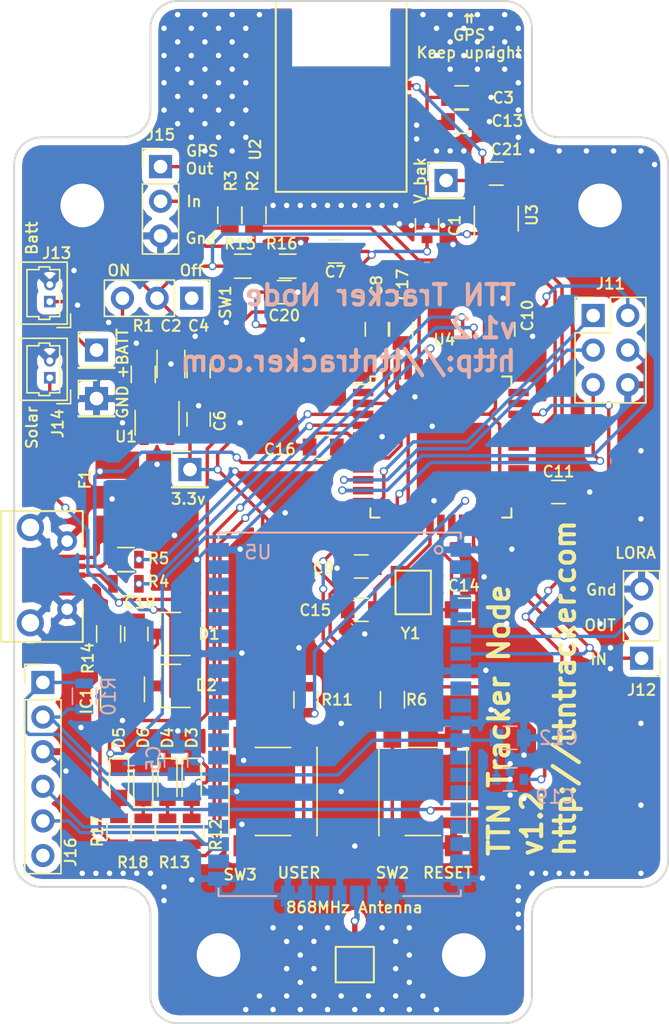
<source format=kicad_pcb>
(kicad_pcb (version 20171130) (host pcbnew 5.0.0-fee4fd1~66~ubuntu16.04.1)
  (layers (0 F.Cu signal) (31 B.Cu signal) (34 B.Paste user) (35 F.Paste user) (36 B.SilkS user) (37 F.SilkS user) (38 B.Mask user) (39 F.Mask user) (44 Edge.Cuts user))
  (net 0 "")
  (net 1 +BATT)
  (net 2 GND)
  (net 3 +3V3)
  (net 4 "Net-(C14-Pad1)")
  (net 5 "Net-(C15-Pad1)")
  (net 6 "Net-(C16-Pad1)")
  (net 7 "Net-(C17-Pad1)")
  (net 8 /V_Charger)
  (net 9 /BAT_MEASURE)
  (net 10 /REG_ENABLE)
  (net 11 /V_Solar)
  (net 12 VBUS)
  (net 13 "Net-(D6-Pad1)")
  (net 14 /charge_status)
  (net 15 "Net-(F1-Pad2)")
  (net 16 /MISO)
  (net 17 /SCK)
  (net 18 /MOSI)
  (net 19 /RESET)
  (net 20 /UART_AT_TO_RN)
  (net 21 /UART_RN_TO_AT)
  (net 22 /UART_GPS_OUT)
  (net 23 /UART_GPS_IN)
  (net 24 "Net-(R3-Pad2)")
  (net 25 /USBD+)
  (net 26 /USBD-)
  (net 27 "Net-(U2-Pad16)")
  (net 28 /RN_RESET)
  (net 29 /BUTTON_1)
  (net 30 /V_RN)
  (net 31 /V_bak)
  (net 32 /LED_OUT_GRN)
  (net 33 /LED_OUT_RED)
  (net 34 "Net-(C1-Pad3)")
  (net 35 "Net-(D5-Pad2)")
  (net 36 "Net-(IC1-Pad5)")
  (net 37 "Net-(J6-Pad2)")
  (net 38 "Net-(J6-Pad3)")
  (net 39 "Net-(J16-Pad4)")
  (net 40 "Net-(J16-Pad5)")
  (net 41 "Net-(J17-Pad1)")
  (net 42 "Net-(R2-Pad2)")
  (net 43 "Net-(D3-Pad2)")
  (net 44 "Net-(D4-Pad2)")
  (module TO_SOT_Packages_SMD:SOT-23-5 (layer F.Cu) (at 107.95 111.506 90)
    (fp_text reference IC1 (at -0.854 -2.65 90) (layer F.SilkS) (effects (font (size 0.8 0.8))))
    (fp_text value MCP73831/2)
    (pad 1 smd rect (at -1.1 -0.95 90) (size 1.06 0.65) (layers F.Cu F.Paste F.Mask) (net 14 /charge_status))
    (pad 2 smd rect (at -1.1 0 90) (size 1.06 0.65) (layers F.Cu F.Paste F.Mask) (net 2 GND))
    (pad 3 smd rect (at -1.1 0.95 90) (size 1.06 0.65) (layers F.Cu F.Paste F.Mask) (net 1 +BATT))
    (pad 4 smd rect (at 1.1 0.95 90) (size 1.06 0.65) (layers F.Cu F.Paste F.Mask) (net 8 /V_Charger))
    (pad 5 smd rect (at 1.1 -0.95 90) (size 1.06 0.65) (layers F.Cu F.Paste F.Mask) (net 36 "Net-(IC1-Pad5)"))
  )
  (module Diodes_SMD:D_SOT-23_ANK (layer F.Cu) (at 111.506 111.252 180)
    (fp_text reference D2 (at -2.594 0.046 180) (layer F.SilkS) (effects (font (size 0.8 0.8))))
    (fp_text value "BAS K73")
    (pad 1 smd rect (at 1 0 180) (size 0.9 0.8) (layers F.Cu F.Paste F.Mask) (net 8 /V_Charger))
    (pad "" smd rect (at -1 0.95 180) (size 0.9 0.8) (layers F.Cu F.Paste F.Mask))
    (pad 2 smd rect (at -1 -0.95 180) (size 0.9 0.8) (layers F.Cu F.Paste F.Mask) (net 12 VBUS))
  )
  (module Diodes_SMD:D_SOT-23_ANK (layer F.Cu) (at 111.506 107.442 180)
    (fp_text reference D1 (at -2.794 0 180) (layer F.SilkS) (effects (font (size 0.8 0.8))))
    (fp_text value "BAS K73")
    (pad 2 smd rect (at -1 -0.95 180) (size 0.9 0.8) (layers F.Cu F.Paste F.Mask) (net 11 /V_Solar))
    (pad "" smd rect (at -1 0.95 180) (size 0.9 0.8) (layers F.Cu F.Paste F.Mask))
    (pad 1 smd rect (at 1 0 180) (size 0.9 0.8) (layers F.Cu F.Paste F.Mask) (net 8 /V_Charger))
  )
  (module Connectors_Molex:Molex_PicoBlade_53047-0210_02x1.25mm_Straight (layer F.Cu) (at 102.616 88.646 90)
    (fp_text reference J14 (at -3.354 0.584 90) (layer F.SilkS) (effects (font (size 0.8 0.8))))
    (fp_text value SOLAR)
    (pad 1 thru_hole rect (at 0 0 90) (size 0.85 0.85) (drill 0.5) (layers *.Cu *.Mask) (net 11 /V_Solar))
    (pad 2 thru_hole circle (at 1.25 0 90) (size 0.85 0.85) (drill 0.5) (layers *.Cu *.Mask) (net 2 GND))
  )
  (module Connectors_Molex:Molex_PicoBlade_53047-0210_02x1.25mm_Straight (layer F.Cu) (at 102.616 83.058 90)
    (fp_text reference J13 (at 3.556 0.508 180) (layer F.SilkS) (effects (font (size 0.8 0.8))))
    (fp_text value LIPO_BAT)
    (pad 1 thru_hole rect (at 0 0 90) (size 0.85 0.85) (drill 0.5) (layers *.Cu *.Mask) (net 1 +BATT))
    (pad 2 thru_hole circle (at 1.25 0 90) (size 0.85 0.85) (drill 0.5) (layers *.Cu *.Mask) (net 2 GND))
  )
  (module Capacitors_SMD:C_0805 (layer F.Cu) (at 135.382 73.66)
    (fp_text reference C21 (at 0.762 -1.778) (layer F.SilkS) (effects (font (size 0.8 0.8))))
    (fp_text value 100nF)
    (pad 1 smd rect (at -1 0) (size 1 1.25) (layers F.Cu F.Paste F.Mask) (net 31 /V_bak))
    (pad 2 smd rect (at 1 0) (size 1 1.25) (layers F.Cu F.Paste F.Mask) (net 2 GND))
  )
  (module Resistors_SMD:R_0805 (layer F.Cu) (at 107.696 121.92 90)
    (fp_text reference R17 (at 0 -1.596 90) (layer F.SilkS) (effects (font (size 0.8 0.8))))
    (fp_text value 470)
    (pad 1 smd rect (at -0.95 0 90) (size 0.7 1.3) (layers F.Cu F.Paste F.Mask) (net 8 /V_Charger))
    (pad 2 smd rect (at 0.95 0 90) (size 0.7 1.3) (layers F.Cu F.Paste F.Mask) (net 35 "Net-(D5-Pad2)"))
  )
  (module Capacitors_SMD:C_1206 (layer F.Cu) (at 111.506 87.63 90)
    (fp_text reference C2 (at 2.794 0 180) (layer F.SilkS) (effects (font (size 0.8 0.8))))
    (fp_text value 10uF)
    (pad 1 smd rect (at -1.5 0 90) (size 1 1.6) (layers F.Cu F.Paste F.Mask) (net 1 +BATT))
    (pad 2 smd rect (at 1.5 0 90) (size 1 1.6) (layers F.Cu F.Paste F.Mask) (net 2 GND))
  )
  (module Capacitors_SMD:C_0805 (layer F.Cu) (at 113.538 88.138 90)
    (fp_text reference C4 (at 3.302 0 180) (layer F.SilkS) (effects (font (size 0.8 0.8))))
    (fp_text value 100nF)
    (pad 1 smd rect (at -1 0 90) (size 1 1.25) (layers F.Cu F.Paste F.Mask) (net 1 +BATT))
    (pad 2 smd rect (at 1 0 90) (size 1 1.25) (layers F.Cu F.Paste F.Mask) (net 2 GND))
  )
  (module Capacitors_SMD:C_0805 (layer F.Cu) (at 132.842 68.072)
    (fp_text reference C3 (at 3.058 0.028) (layer F.SilkS) (effects (font (size 0.8 0.8))))
    (fp_text value 4.7uF)
    (pad 1 smd rect (at -1 0) (size 1 1.25) (layers F.Cu F.Paste F.Mask) (net 34 "Net-(C1-Pad3)"))
    (pad 2 smd rect (at 1 0) (size 1 1.25) (layers F.Cu F.Paste F.Mask) (net 2 GND))
  )
  (module Capacitors_SMD:C_0805 (layer B.Cu) (at 111.887 116.713 90)
    (fp_text reference C5 (at 0.127 -1.651 90) (layer B.SilkS) (effects (justify mirror)))
    (fp_text value 4.7uF)
    (pad 1 smd rect (at -1 0 90) (size 1 1.25) (layers B.Cu B.Paste B.Mask) (net 30 /V_RN))
    (pad 2 smd rect (at 1 0 90) (size 1 1.25) (layers B.Cu B.Paste B.Mask) (net 2 GND))
  )
  (module Capacitors_SMD:C_0805 (layer F.Cu) (at 113.538 91.694 90)
    (fp_text reference C6 (at -0.106 1.562 90) (layer F.SilkS) (effects (font (size 0.8 0.8))))
    (fp_text value 4.7uF)
    (pad 1 smd rect (at -1 0 90) (size 1 1.25) (layers F.Cu F.Paste F.Mask) (net 3 +3V3))
    (pad 2 smd rect (at 1 0 90) (size 1 1.25) (layers F.Cu F.Paste F.Mask) (net 2 GND))
  )
  (module Capacitors_SMD:C_0805 (layer F.Cu) (at 123.571 79.375 180)
    (fp_text reference C7 (at 0 -1.5 180) (layer F.SilkS) (effects (font (size 0.8 0.8))))
    (fp_text value 100nF)
    (pad 1 smd rect (at -1 0 180) (size 1 1.25) (layers F.Cu F.Paste F.Mask) (net 3 +3V3))
    (pad 2 smd rect (at 1 0 180) (size 1 1.25) (layers F.Cu F.Paste F.Mask) (net 2 GND))
  )
  (module Capacitors_SMD:C_0805 (layer F.Cu) (at 126.619 85.09 90)
    (fp_text reference C8 (at 3.19 -0.019 90) (layer F.SilkS) (effects (font (size 0.8 0.8))))
    (fp_text value 100nF)
    (pad 1 smd rect (at -1 0 90) (size 1 1.25) (layers F.Cu F.Paste F.Mask) (net 3 +3V3))
    (pad 2 smd rect (at 1 0 90) (size 1 1.25) (layers F.Cu F.Paste F.Mask) (net 2 GND))
  )
  (module Capacitors_SMD:C_0805 (layer F.Cu) (at 125.476 102.489 180)
    (fp_text reference C9 (at 2.776 -0.111 180) (layer F.SilkS) (effects (font (size 0.8 0.8))))
    (fp_text value 100nF)
    (pad 1 smd rect (at -1 0 180) (size 1 1.25) (layers F.Cu F.Paste F.Mask) (net 3 +3V3))
    (pad 2 smd rect (at 1 0 180) (size 1 1.25) (layers F.Cu F.Paste F.Mask) (net 2 GND))
  )
  (module Capacitors_SMD:C_0805 (layer F.Cu) (at 135.89 85.09 90)
    (fp_text reference C10 (at 1.016 1.778 90) (layer F.SilkS) (effects (font (size 0.8 0.8))))
    (fp_text value 100nF)
    (pad 1 smd rect (at -1 0 90) (size 1 1.25) (layers F.Cu F.Paste F.Mask) (net 3 +3V3))
    (pad 2 smd rect (at 1 0 90) (size 1 1.25) (layers F.Cu F.Paste F.Mask) (net 2 GND))
  )
  (module Capacitors_SMD:C_0805 (layer F.Cu) (at 139.954 97.028)
    (fp_text reference C11 (at 0 -1.5) (layer F.SilkS) (effects (font (size 0.8 0.8))))
    (fp_text value 100nF)
    (pad 1 smd rect (at -1 0) (size 1 1.25) (layers F.Cu F.Paste F.Mask) (net 3 +3V3))
    (pad 2 smd rect (at 1 0) (size 1 1.25) (layers F.Cu F.Paste F.Mask) (net 2 GND))
  )
  (module Capacitors_SMD:C_0805 (layer B.Cu) (at 136.398 115.062)
    (fp_text reference C12 (at 3.556 0) (layer B.SilkS) (effects (justify mirror)))
    (fp_text value 100nF)
    (pad 1 smd rect (at -1 0) (size 1 1.25) (layers B.Cu B.Paste B.Mask) (net 30 /V_RN))
    (pad 2 smd rect (at 1 0) (size 1 1.25) (layers B.Cu B.Paste B.Mask) (net 2 GND))
  )
  (module Capacitors_SMD:C_0805 (layer F.Cu) (at 132.842 69.85)
    (fp_text reference C13 (at 3.358 -0.05) (layer F.SilkS) (effects (font (size 0.8 0.8))))
    (fp_text value 100nF)
    (pad 1 smd rect (at -1 0) (size 1 1.25) (layers F.Cu F.Paste F.Mask) (net 34 "Net-(C1-Pad3)"))
    (pad 2 smd rect (at 1 0) (size 1 1.25) (layers F.Cu F.Paste F.Mask) (net 2 GND))
  )
  (module Capacitors_SMD:C_0805 (layer F.Cu) (at 133.096 105.664)
    (fp_text reference C14 (at -0.096 -1.764) (layer F.SilkS) (effects (font (size 0.8 0.8))))
    (fp_text value 22pF)
    (pad 1 smd rect (at -1 0) (size 1 1.25) (layers F.Cu F.Paste F.Mask) (net 4 "Net-(C14-Pad1)"))
    (pad 2 smd rect (at 1 0) (size 1 1.25) (layers F.Cu F.Paste F.Mask) (net 2 GND))
  )
  (module Capacitors_SMD:C_0805 (layer F.Cu) (at 125.476 105.664 180)
    (fp_text reference C15 (at 3.376 -0.036 180) (layer F.SilkS) (effects (font (size 0.8 0.8))))
    (fp_text value 22pF)
    (pad 1 smd rect (at -1 0 180) (size 1 1.25) (layers F.Cu F.Paste F.Mask) (net 5 "Net-(C15-Pad1)"))
    (pad 2 smd rect (at 1 0 180) (size 1 1.25) (layers F.Cu F.Paste F.Mask) (net 2 GND))
  )
  (module Capacitors_SMD:C_0805 (layer F.Cu) (at 122.682 93.726 180)
    (fp_text reference C16 (at 3.182 -0.174 180) (layer F.SilkS) (effects (font (size 0.8 0.8))))
    (fp_text value 1uF)
    (pad 1 smd rect (at -1 0 180) (size 1 1.25) (layers F.Cu F.Paste F.Mask) (net 6 "Net-(C16-Pad1)"))
    (pad 2 smd rect (at 1 0 180) (size 1 1.25) (layers F.Cu F.Paste F.Mask) (net 2 GND))
  )
  (module Capacitors_SMD:C_0805 (layer F.Cu) (at 128.397 85.09 90)
    (fp_text reference C17 (at 3.29 0.103 90) (layer F.SilkS) (effects (font (size 0.8 0.8))))
    (fp_text value 100nF)
    (pad 1 smd rect (at -1 0 90) (size 1 1.25) (layers F.Cu F.Paste F.Mask) (net 7 "Net-(C17-Pad1)"))
    (pad 2 smd rect (at 1 0 90) (size 1 1.25) (layers F.Cu F.Paste F.Mask) (net 2 GND))
  )
  (module Capacitors_SMD:C_0805 (layer F.Cu) (at 108.966 107.442 90)
    (fp_text reference C18 (at 2.286 0.254 180) (layer F.SilkS) (effects (font (size 0.8 0.8))))
    (fp_text value 10uF)
    (pad 1 smd rect (at -1 0 90) (size 1 1.25) (layers F.Cu F.Paste F.Mask) (net 8 /V_Charger))
    (pad 2 smd rect (at 1 0 90) (size 1 1.25) (layers F.Cu F.Paste F.Mask) (net 2 GND))
  )
  (module Capacitors_SMD:C_0805 (layer F.Cu) (at 119.8245 82.3595)
    (fp_text reference C20 (at 0 1.7145) (layer F.SilkS) (effects (font (size 0.8 0.8))))
    (fp_text value 100nF)
    (pad 1 smd rect (at -1 0) (size 1 1.25) (layers F.Cu F.Paste F.Mask) (net 9 /BAT_MEASURE))
    (pad 2 smd rect (at 1 0) (size 1 1.25) (layers F.Cu F.Paste F.Mask) (net 2 GND))
  )
  (module LEDs:LED_0805 (layer F.Cu) (at 113.03 118.364 270)
    (fp_text reference D3 (at -3.302 0 270) (layer F.SilkS) (effects (font (size 0.8 0.8))))
    (fp_text value LED_Small_ALT)
    (pad 2 smd rect (at 1.1 0 90) (size 1.2 1.2) (layers F.Cu F.Paste F.Mask) (net 43 "Net-(D3-Pad2)"))
    (pad 1 smd rect (at -1.1 0 90) (size 1.2 1.2) (layers F.Cu F.Paste F.Mask) (net 2 GND))
  )
  (module LEDs:LED_0805 (layer F.Cu) (at 107.696 118.364 270)
    (fp_text reference D5 (at -3.302 0 90) (layer F.SilkS) (effects (font (size 0.8 0.8))))
    (fp_text value LED)
    (pad 2 smd rect (at 1.1 0 90) (size 1.2 1.2) (layers F.Cu F.Paste F.Mask) (net 35 "Net-(D5-Pad2)"))
    (pad 1 smd rect (at -1.1 0 90) (size 1.2 1.2) (layers F.Cu F.Paste F.Mask) (net 14 /charge_status))
  )
  (module LEDs:LED_0805 (layer F.Cu) (at 109.474 118.364 90)
    (fp_text reference D6 (at 3.302 0 90) (layer F.SilkS) (effects (font (size 0.8 0.8))))
    (fp_text value LED)
    (pad 2 smd rect (at 1.1 0 270) (size 1.2 1.2) (layers F.Cu F.Paste F.Mask) (net 14 /charge_status))
    (pad 1 smd rect (at -1.1 0 270) (size 1.2 1.2) (layers F.Cu F.Paste F.Mask) (net 13 "Net-(D6-Pad1)"))
  )
  (module "gps_node_components:bourns polyfuse" (layer F.Cu) (at 107.569 97.409 270)
    (fp_text reference F1 (at -1.309 2.369 270) (layer F.SilkS) (effects (font (size 0.8 0.8))))
    (fp_text value Polyfuse)
    (pad 1 smd rect (at -2.35 0 270) (size 2 3.2) (layers F.Cu F.Paste F.Mask) (net 12 VBUS))
    (pad 2 smd rect (at 2.35 0 270) (size 2 3.2) (layers F.Cu F.Paste F.Mask) (net 15 "Net-(F1-Pad2)"))
  )
  (module gps_node_components:Molex_Microusb (layer F.Cu) (at 103.886 103.124 270)
    (fp_text reference J6 hide)
    (fp_text value USB_OTG)
    (pad 1 smd rect (at -1.3 -0.325 270) (size 0.4 2) (layers F.Cu F.Paste F.Mask) (net 15 "Net-(F1-Pad2)"))
    (pad 2 smd rect (at -0.65 -0.325 270) (size 0.4 2) (layers F.Cu F.Paste F.Mask) (net 37 "Net-(J6-Pad2)"))
    (pad 3 smd rect (at 0 -0.325 270) (size 0.4 2) (layers F.Cu F.Paste F.Mask) (net 38 "Net-(J6-Pad3)"))
    (pad 4 smd rect (at 0.65 -0.325 270) (size 0.4 2) (layers F.Cu F.Paste F.Mask))
    (pad 5 smd rect (at 1.3 -0.325 270) (size 0.4 2) (layers F.Cu F.Paste F.Mask) (net 2 GND))
    (pad 6 thru_hole circle (at -2.5 0 270) (size 1.45 1.45) (drill 0.85) (layers *.Cu *.Mask) (net 2 GND))
    (pad 6 thru_hole circle (at 2.5 0 270) (size 1.45 1.45) (drill 0.85) (layers *.Cu *.Mask) (net 2 GND))
    (pad 6 thru_hole circle (at -3.5 2.7 270) (size 2 2) (drill 1.3) (layers *.Cu *.Mask) (net 2 GND))
    (pad 6 thru_hole circle (at 3.5 2.7 270) (size 2 2) (drill 1.3) (layers *.Cu *.Mask) (net 2 GND))
  )
  (module Pin_Headers:Pin_Header_Straight_2x03_Pitch2.54mm (layer F.Cu) (at 142.494 84.074)
    (fp_text reference J11 (at 1.27 -2.33) (layer F.SilkS) (effects (font (size 0.8 0.8))))
    (fp_text value "AVR ICSP")
    (pad 1 thru_hole rect (at 0 0) (size 1.7 1.7) (drill 1) (layers *.Cu *.Mask) (net 16 /MISO))
    (pad 2 thru_hole oval (at 2.54 0) (size 1.7 1.7) (drill 1) (layers *.Cu *.Mask) (net 3 +3V3))
    (pad 3 thru_hole oval (at 0 2.54) (size 1.7 1.7) (drill 1) (layers *.Cu *.Mask) (net 17 /SCK))
    (pad 4 thru_hole oval (at 2.54 2.54) (size 1.7 1.7) (drill 1) (layers *.Cu *.Mask) (net 18 /MOSI))
    (pad 5 thru_hole oval (at 0 5.08) (size 1.7 1.7) (drill 1) (layers *.Cu *.Mask) (net 19 /RESET))
    (pad 6 thru_hole oval (at 2.54 5.08) (size 1.7 1.7) (drill 1) (layers *.Cu *.Mask) (net 2 GND))
  )
  (module Pin_Headers:Pin_Header_Straight_1x06_Pitch2.54mm (layer F.Cu) (at 102.108 110.998)
    (fp_text reference J16 (at 2.032 12.446 90) (layer F.SilkS) (effects (font (size 0.8 0.8))))
    (fp_text value FW_UPDATE)
    (pad 1 thru_hole rect (at 0 0) (size 1.7 1.7) (drill 1) (layers *.Cu *.Mask) (net 28 /RN_RESET))
    (pad 2 thru_hole oval (at 0 2.54) (size 1.7 1.7) (drill 1) (layers *.Cu *.Mask) (net 30 /V_RN))
    (pad 3 thru_hole oval (at 0 5.08) (size 1.7 1.7) (drill 1) (layers *.Cu *.Mask) (net 2 GND))
    (pad 4 thru_hole oval (at 0 7.62) (size 1.7 1.7) (drill 1) (layers *.Cu *.Mask) (net 39 "Net-(J16-Pad4)"))
    (pad 5 thru_hole oval (at 0 10.16) (size 1.7 1.7) (drill 1) (layers *.Cu *.Mask) (net 40 "Net-(J16-Pad5)"))
    (pad 6 thru_hole oval (at 0 12.7) (size 1.7 1.7) (drill 1) (layers *.Cu *.Mask))
  )
  (module Mounting_Holes:MountingHole_3.2mm_M3_ISO14580_Pad (layer F.Cu) (at 105 76)
    (fp_text reference J1 hide)
    (fp_text value "Mounting Hole")
    (pad 1 thru_hole circle (at 0 0) (size 5.5 5.5) (drill 3.2) (layers *.Cu *.Mask) (net 2 GND))
  )
  (module Mounting_Holes:MountingHole_3.2mm_M3_ISO14580_Pad (layer F.Cu) (at 133 131)
    (fp_text reference J2 hide)
    (fp_text value "Mounting Hole")
    (pad 1 thru_hole circle (at 0 0) (size 5.5 5.5) (drill 3.2) (layers *.Cu *.Mask) (net 2 GND))
  )
  (module Mounting_Holes:MountingHole_3.2mm_M3_ISO14580_Pad (layer F.Cu) (at 143 76)
    (fp_text reference J3 hide)
    (fp_text value "Mounting Hole")
    (pad 1 thru_hole circle (at 0 0) (size 5.5 5.5) (drill 3.2) (layers *.Cu *.Mask) (net 2 GND))
  )
  (module Mounting_Holes:MountingHole_3.2mm_M3_ISO14580_Pad (layer F.Cu) (at 115 131)
    (fp_text reference J4 hide)
    (fp_text value "Mounting Hole")
    (pad 1 thru_hole circle (at 0 0) (size 5.5 5.5) (drill 3.2) (layers *.Cu *.Mask) (net 2 GND))
  )
  (module Socket_Strips:Socket_Strip_Straight_1x01_Pitch2.54mm (layer F.Cu) (at 106.045 86.614)
    (fp_text reference J5 hide)
    (fp_text value "TEST Vbatt")
    (pad 1 thru_hole rect (at 0 0) (size 1.7 1.7) (drill 1) (layers *.Cu *.Mask) (net 1 +BATT))
  )
  (module Socket_Strips:Socket_Strip_Straight_1x01_Pitch2.54mm (layer F.Cu) (at 112.903 95.377)
    (fp_text reference J7 hide)
    (fp_text value "Test 3.3v")
    (pad 1 thru_hole rect (at 0 0) (size 1.7 1.7) (drill 1) (layers *.Cu *.Mask) (net 3 +3V3))
  )
  (module Socket_Strips:Socket_Strip_Straight_1x01_Pitch2.54mm (layer F.Cu) (at 106.045 90.17)
    (fp_text reference J8 hide)
    (fp_text value "Test Gnd")
    (pad 1 thru_hole rect (at 0 0) (size 1.7 1.7) (drill 1) (layers *.Cu *.Mask) (net 2 GND))
  )
  (module Pin_Headers:Pin_Header_Straight_1x03_Pitch2.54mm (layer F.Cu) (at 146.05 109.22 180)
    (fp_text reference J12 (at 0 -2.33 180) (layer F.SilkS) (effects (font (size 0.8 0.8))))
    (fp_text value "UART RF")
    (pad 1 thru_hole rect (at 0 0 180) (size 1.7 1.7) (drill 1) (layers *.Cu *.Mask) (net 20 /UART_AT_TO_RN))
    (pad 2 thru_hole oval (at 0 2.54 180) (size 1.7 1.7) (drill 1) (layers *.Cu *.Mask) (net 21 /UART_RN_TO_AT))
    (pad 3 thru_hole oval (at 0 5.08 180) (size 1.7 1.7) (drill 1) (layers *.Cu *.Mask) (net 2 GND))
  )
  (module Pin_Headers:Pin_Header_Straight_1x03_Pitch2.54mm (layer F.Cu) (at 110.744 73.152)
    (fp_text reference J15 (at 0 -2.33) (layer F.SilkS) (effects (font (size 0.8 0.8))))
    (fp_text value "UART GPS")
    (pad 1 thru_hole rect (at 0 0) (size 1.7 1.7) (drill 1) (layers *.Cu *.Mask) (net 22 /UART_GPS_OUT))
    (pad 2 thru_hole oval (at 0 2.54) (size 1.7 1.7) (drill 1) (layers *.Cu *.Mask) (net 23 /UART_GPS_IN))
    (pad 3 thru_hole oval (at 0 5.08) (size 1.7 1.7) (drill 1) (layers *.Cu *.Mask) (net 2 GND))
  )
  (module Resistors_SMD:R_0805 (layer F.Cu) (at 109.474 88.392 90)
    (fp_text reference R1 (at 3.556 0 180) (layer F.SilkS) (effects (font (size 0.8 0.8))))
    (fp_text value 10k)
    (pad 1 smd rect (at -0.95 0 90) (size 0.7 1.3) (layers F.Cu F.Paste F.Mask) (net 10 /REG_ENABLE))
    (pad 2 smd rect (at 0.95 0 90) (size 0.7 1.3) (layers F.Cu F.Paste F.Mask) (net 2 GND))
  )
  (module Resistors_SMD:R_0805 (layer F.Cu) (at 111.252 121.92 270)
    (fp_text reference R13 (at 2.286 -0.508) (layer F.SilkS) (effects (font (size 0.8 0.8))))
    (fp_text value 470)
    (pad 1 smd rect (at -0.95 0 270) (size 0.7 1.3) (layers F.Cu F.Paste F.Mask) (net 44 "Net-(D4-Pad2)"))
    (pad 2 smd rect (at 0.95 0 270) (size 0.7 1.3) (layers F.Cu F.Paste F.Mask) (net 32 /LED_OUT_GRN))
  )
  (module Resistors_SMD:R_0805 (layer F.Cu) (at 117.602 76.708 90)
    (fp_text reference R2 (at 2.508 -0.102 90) (layer F.SilkS) (effects (font (size 0.8 0.8))))
    (fp_text value 220)
    (pad 1 smd rect (at -0.95 0 90) (size 0.7 1.3) (layers F.Cu F.Paste F.Mask) (net 23 /UART_GPS_IN))
    (pad 2 smd rect (at 0.95 0 90) (size 0.7 1.3) (layers F.Cu F.Paste F.Mask) (net 42 "Net-(R2-Pad2)"))
  )
  (module Resistors_SMD:R_0805 (layer F.Cu) (at 115.824 76.708 90)
    (fp_text reference R3 (at 2.508 0.076 90) (layer F.SilkS) (effects (font (size 0.8 0.8))))
    (fp_text value 220)
    (pad 1 smd rect (at -0.95 0 90) (size 0.7 1.3) (layers F.Cu F.Paste F.Mask) (net 22 /UART_GPS_OUT))
    (pad 2 smd rect (at 0.95 0 90) (size 0.7 1.3) (layers F.Cu F.Paste F.Mask) (net 24 "Net-(R3-Pad2)"))
  )
  (module Resistors_SMD:R_0805 (layer F.Cu) (at 108.204 103.759 180)
    (fp_text reference R4 (at -2.396 0.159 180) (layer F.SilkS) (effects (font (size 0.8 0.8))))
    (fp_text value 22)
    (pad 1 smd rect (at -0.95 0 180) (size 0.7 1.3) (layers F.Cu F.Paste F.Mask) (net 25 /USBD+))
    (pad 2 smd rect (at 0.95 0 180) (size 0.7 1.3) (layers F.Cu F.Paste F.Mask) (net 38 "Net-(J6-Pad3)"))
  )
  (module Resistors_SMD:R_0805 (layer F.Cu) (at 108.204 101.981 180)
    (fp_text reference R5 (at -2.396 0.081 180) (layer F.SilkS) (effects (font (size 0.8 0.8))))
    (fp_text value 22)
    (pad 1 smd rect (at -0.95 0 180) (size 0.7 1.3) (layers F.Cu F.Paste F.Mask) (net 26 /USBD-))
    (pad 2 smd rect (at 0.95 0 180) (size 0.7 1.3) (layers F.Cu F.Paste F.Mask) (net 37 "Net-(J6-Pad2)"))
  )
  (module Resistors_SMD:R_0805 (layer F.Cu) (at 127.762 112.268 270)
    (fp_text reference R6 (at 0 -1.778) (layer F.SilkS) (effects (font (size 0.8 0.8))))
    (fp_text value 10k)
    (pad 1 smd rect (at -0.95 0 270) (size 0.7 1.3) (layers F.Cu F.Paste F.Mask) (net 3 +3V3))
    (pad 2 smd rect (at 0.95 0 270) (size 0.7 1.3) (layers F.Cu F.Paste F.Mask) (net 19 /RESET))
  )
  (module Resistors_SMD:R_0805 (layer F.Cu) (at 113.03 121.92 270)
    (fp_text reference R12 (at 0.254 -1.778 270) (layer F.SilkS) (effects (font (size 0.8 0.8))))
    (fp_text value 470)
    (pad 1 smd rect (at -0.95 0 270) (size 0.7 1.3) (layers F.Cu F.Paste F.Mask) (net 43 "Net-(D3-Pad2)"))
    (pad 2 smd rect (at 0.95 0 270) (size 0.7 1.3) (layers F.Cu F.Paste F.Mask) (net 33 /LED_OUT_RED))
  )
  (module Resistors_SMD:R_0805 (layer F.Cu) (at 106.934 107.442 90)
    (fp_text reference R14 (at -1.778 -1.524 90) (layer F.SilkS) (effects (font (size 0.8 0.8))))
    (fp_text value 2k)
    (pad 1 smd rect (at -0.95 0 90) (size 0.7 1.3) (layers F.Cu F.Paste F.Mask) (net 36 "Net-(IC1-Pad5)"))
    (pad 2 smd rect (at 0.95 0 90) (size 0.7 1.3) (layers F.Cu F.Paste F.Mask) (net 2 GND))
  )
  (module Resistors_SMD:R_0805 (layer F.Cu) (at 116.7765 80.4545)
    (fp_text reference R15 (at -0.1905 -1.65) (layer F.SilkS) (effects (font (size 0.8 0.8))))
    (fp_text value 100k)
    (pad 1 smd rect (at -0.95 0) (size 0.7 1.3) (layers F.Cu F.Paste F.Mask) (net 1 +BATT))
    (pad 2 smd rect (at 0.95 0) (size 0.7 1.3) (layers F.Cu F.Paste F.Mask) (net 9 /BAT_MEASURE))
  )
  (module Resistors_SMD:R_0805 (layer F.Cu) (at 120.0785 80.4545)
    (fp_text reference R16 (at -0.4445 -1.65) (layer F.SilkS) (effects (font (size 0.8 0.8))))
    (fp_text value 100k)
    (pad 1 smd rect (at -0.95 0) (size 0.7 1.3) (layers F.Cu F.Paste F.Mask) (net 9 /BAT_MEASURE))
    (pad 2 smd rect (at 0.95 0) (size 0.7 1.3) (layers F.Cu F.Paste F.Mask) (net 2 GND))
  )
  (module Resistors_SMD:R_0805 (layer F.Cu) (at 109.474 121.92 270)
    (fp_text reference R18 (at 2.286 0.762) (layer F.SilkS) (effects (font (size 0.8 0.8))))
    (fp_text value 470)
    (pad 1 smd rect (at -0.95 0 270) (size 0.7 1.3) (layers F.Cu F.Paste F.Mask) (net 13 "Net-(D6-Pad1)"))
    (pad 2 smd rect (at 0.95 0 270) (size 0.7 1.3) (layers F.Cu F.Paste F.Mask) (net 2 GND))
  )
  (module Buttons_Switches_SMD:SW_SPST_PTS645 (layer F.Cu) (at 130 119 270)
    (fp_text reference SW2 (at 5.968 2.238) (layer F.SilkS) (effects (font (size 0.8 0.8))))
    (fp_text value RESET)
    (pad 2 smd rect (at -3.98 2.25 270) (size 1.55 1.3) (layers F.Cu F.Paste F.Mask) (net 19 /RESET))
    (pad 1 smd rect (at -3.98 -2.25 270) (size 1.55 1.3) (layers F.Cu F.Paste F.Mask) (net 2 GND))
    (pad 1 smd rect (at 3.98 -2.25 270) (size 1.55 1.3) (layers F.Cu F.Paste F.Mask) (net 2 GND))
    (pad 2 smd rect (at 3.98 2.25 270) (size 1.55 1.3) (layers F.Cu F.Paste F.Mask) (net 19 /RESET))
  )
  (module TO_SOT_Packages_SMD:SOT-23-5 (layer F.Cu) (at 110.49 91.948 270)
    (fp_text reference U1 (at 1.016 2.286) (layer F.SilkS) (effects (font (size 0.8 0.8))))
    (fp_text value TLV71333PDBV)
    (pad 1 smd rect (at -1.1 -0.95 270) (size 1.06 0.65) (layers F.Cu F.Paste F.Mask) (net 1 +BATT))
    (pad 2 smd rect (at -1.1 0 270) (size 1.06 0.65) (layers F.Cu F.Paste F.Mask) (net 2 GND))
    (pad 3 smd rect (at -1.1 0.95 270) (size 1.06 0.65) (layers F.Cu F.Paste F.Mask) (net 10 /REG_ENABLE))
    (pad 4 smd rect (at 1.1 0.95 270) (size 1.06 0.65) (layers F.Cu F.Paste F.Mask))
    (pad 5 smd rect (at 1.1 -0.95 270) (size 1.06 0.65) (layers F.Cu F.Paste F.Mask) (net 3 +3V3))
  )
  (module drawn_by_jpmeijers:ublox-cam-m8q-0 (layer F.Cu) (at 124 75 90)
    (fp_text reference U2 (at 3.1 -6.3 90) (layer F.SilkS) (effects (font (size 0.8 0.8))))
    (fp_text value ublox-cam-m8q-0)
    (pad 1 smd rect (at 0.8 4.4 90) (size 0.7 1.5) (layers F.Cu F.Paste F.Mask) (net 34 "Net-(C1-Pad3)"))
    (pad 2 smd rect (at 1.8 4.4 90) (size 0.7 1.5) (layers F.Cu F.Paste F.Mask))
    (pad 3 smd rect (at 2.8 4.4 90) (size 0.7 1.5) (layers F.Cu F.Paste F.Mask))
    (pad 4 smd rect (at 3.8 4.4 90) (size 0.7 1.5) (layers F.Cu F.Paste F.Mask) (net 2 GND))
    (pad 5 smd rect (at 4.8 4.4 90) (size 0.7 1.5) (layers F.Cu F.Paste F.Mask) (net 2 GND))
    (pad 6 smd rect (at 5.8 4.4 90) (size 0.7 1.5) (layers F.Cu F.Paste F.Mask))
    (pad 7 smd rect (at 6.8 4.4 90) (size 0.7 1.5) (layers F.Cu F.Paste F.Mask))
    (pad 8 smd rect (at 7.8 4.4 90) (size 0.7 1.5) (layers F.Cu F.Paste F.Mask) (net 31 /V_bak))
    (pad 9 smd rect (at 8.8 4.4 90) (size 0.7 1.5) (layers F.Cu F.Paste F.Mask) (net 34 "Net-(C1-Pad3)"))
    (pad 10 smd rect (at 9.8 4.4 90) (size 0.7 1.5) (layers F.Cu F.Paste F.Mask) (net 2 GND))
    (pad 11 smd rect (at 10.8 4.4 90) (size 0.7 1.5) (layers F.Cu F.Paste F.Mask) (net 2 GND))
    (pad 12 smd rect (at 11.8 4.4 90) (size 0.7 1.5) (layers F.Cu F.Paste F.Mask) (net 2 GND))
    (pad 13 smd rect (at 12.95 4.4 90) (size 1 1.5) (layers F.Cu F.Paste F.Mask) (net 2 GND))
    (pad 14 smd rect (at 12.95 -4.4 90) (size 1 1.5) (layers F.Cu F.Paste F.Mask) (net 2 GND))
    (pad 15 smd rect (at 11.8 -4.4 90) (size 0.7 1.5) (layers F.Cu F.Paste F.Mask) (net 2 GND))
    (pad 16 smd rect (at 10.8 -4.4 90) (size 0.7 1.5) (layers F.Cu F.Paste F.Mask) (net 27 "Net-(U2-Pad16)"))
    (pad 17 smd rect (at 9.8 -4.4 90) (size 0.7 1.5) (layers F.Cu F.Paste F.Mask) (net 27 "Net-(U2-Pad16)"))
    (pad 18 smd rect (at 8.8 -4.4 90) (size 0.7 1.5) (layers F.Cu F.Paste F.Mask) (net 2 GND))
    (pad 19 smd rect (at 7.8 -4.4 90) (size 0.7 1.5) (layers F.Cu F.Paste F.Mask) (net 2 GND))
    (pad 20 smd rect (at 6.8 -4.4 90) (size 0.7 1.5) (layers F.Cu F.Paste F.Mask))
    (pad 21 smd rect (at 5.8 -4.4 90) (size 0.7 1.5) (layers F.Cu F.Paste F.Mask) (net 2 GND))
    (pad 22 smd rect (at 4.8 -4.4 90) (size 0.7 1.5) (layers F.Cu F.Paste F.Mask) (net 2 GND))
    (pad 23 smd rect (at 3.8 -4.4 90) (size 0.7 1.5) (layers F.Cu F.Paste F.Mask))
    (pad 24 smd rect (at 2.8 -4.4 90) (size 0.7 1.5) (layers F.Cu F.Paste F.Mask))
    (pad 25 smd rect (at 1.8 -4.4 90) (size 0.7 1.5) (layers F.Cu F.Paste F.Mask) (net 24 "Net-(R3-Pad2)"))
    (pad 26 smd rect (at 0.8 -4.4 90) (size 0.7 1.5) (layers F.Cu F.Paste F.Mask) (net 42 "Net-(R2-Pad2)"))
    (pad 27 smd rect (at 0.4 -2 180) (size 0.7 1.5) (layers F.Cu F.Paste F.Mask) (net 2 GND))
    (pad 28 smd rect (at 0.4 -1 180) (size 0.7 1.5) (layers F.Cu F.Paste F.Mask))
    (pad 29 smd rect (at 0.4 0 180) (size 0.7 1.5) (layers F.Cu F.Paste F.Mask))
    (pad 30 smd rect (at 0.4 1 180) (size 0.7 1.5) (layers F.Cu F.Paste F.Mask))
    (pad 31 smd rect (at 0.4 2 180) (size 0.7 1.5) (layers F.Cu F.Paste F.Mask) (net 2 GND))
  )
  (module Housings_QFP:TQFP-44_10x10mm_Pitch0.8mm (layer F.Cu) (at 131.318 93.726)
    (fp_text reference U4 (at 0.254 -7.874) (layer F.SilkS) (effects (font (size 0.8 0.8))))
    (fp_text value ATMEGA32U4-AU)
    (pad 1 smd rect (at -5.7 -4) (size 1.5 0.55) (layers F.Cu F.Paste F.Mask))
    (pad 2 smd rect (at -5.7 -3.2) (size 1.5 0.55) (layers F.Cu F.Paste F.Mask) (net 12 VBUS))
    (pad 3 smd rect (at -5.7 -2.4) (size 1.5 0.55) (layers F.Cu F.Paste F.Mask) (net 26 /USBD-))
    (pad 4 smd rect (at -5.7 -1.6) (size 1.5 0.55) (layers F.Cu F.Paste F.Mask) (net 25 /USBD+))
    (pad 5 smd rect (at -5.7 -0.8) (size 1.5 0.55) (layers F.Cu F.Paste F.Mask) (net 2 GND))
    (pad 6 smd rect (at -5.7 0) (size 1.5 0.55) (layers F.Cu F.Paste F.Mask) (net 6 "Net-(C16-Pad1)"))
    (pad 7 smd rect (at -5.7 0.8) (size 1.5 0.55) (layers F.Cu F.Paste F.Mask) (net 12 VBUS))
    (pad 8 smd rect (at -5.7 1.6) (size 1.5 0.55) (layers F.Cu F.Paste F.Mask))
    (pad 9 smd rect (at -5.7 2.4) (size 1.5 0.55) (layers F.Cu F.Paste F.Mask) (net 17 /SCK))
    (pad 10 smd rect (at -5.7 3.2) (size 1.5 0.55) (layers F.Cu F.Paste F.Mask) (net 18 /MOSI))
    (pad 11 smd rect (at -5.7 4) (size 1.5 0.55) (layers F.Cu F.Paste F.Mask) (net 16 /MISO))
    (pad 12 smd rect (at -4 5.7 90) (size 1.5 0.55) (layers F.Cu F.Paste F.Mask))
    (pad 13 smd rect (at -3.2 5.7 90) (size 1.5 0.55) (layers F.Cu F.Paste F.Mask) (net 19 /RESET))
    (pad 14 smd rect (at -2.4 5.7 90) (size 1.5 0.55) (layers F.Cu F.Paste F.Mask) (net 3 +3V3))
    (pad 15 smd rect (at -1.6 5.7 90) (size 1.5 0.55) (layers F.Cu F.Paste F.Mask) (net 2 GND))
    (pad 16 smd rect (at -0.8 5.7 90) (size 1.5 0.55) (layers F.Cu F.Paste F.Mask) (net 5 "Net-(C15-Pad1)"))
    (pad 17 smd rect (at 0 5.7 90) (size 1.5 0.55) (layers F.Cu F.Paste F.Mask) (net 4 "Net-(C14-Pad1)"))
    (pad 18 smd rect (at 0.8 5.7 90) (size 1.5 0.55) (layers F.Cu F.Paste F.Mask) (net 29 /BUTTON_1))
    (pad 19 smd rect (at 1.6 5.7 90) (size 1.5 0.55) (layers F.Cu F.Paste F.Mask))
    (pad 20 smd rect (at 2.4 5.7 90) (size 1.5 0.55) (layers F.Cu F.Paste F.Mask) (net 21 /UART_RN_TO_AT))
    (pad 21 smd rect (at 3.2 5.7 90) (size 1.5 0.55) (layers F.Cu F.Paste F.Mask) (net 20 /UART_AT_TO_RN))
    (pad 22 smd rect (at 4 5.7 90) (size 1.5 0.55) (layers F.Cu F.Paste F.Mask))
    (pad 23 smd rect (at 5.7 4) (size 1.5 0.55) (layers F.Cu F.Paste F.Mask) (net 2 GND))
    (pad 24 smd rect (at 5.7 3.2) (size 1.5 0.55) (layers F.Cu F.Paste F.Mask) (net 3 +3V3))
    (pad 25 smd rect (at 5.7 2.4) (size 1.5 0.55) (layers F.Cu F.Paste F.Mask))
    (pad 26 smd rect (at 5.7 1.6) (size 1.5 0.55) (layers F.Cu F.Paste F.Mask))
    (pad 27 smd rect (at 5.7 0.8) (size 1.5 0.55) (layers F.Cu F.Paste F.Mask))
    (pad 28 smd rect (at 5.7 0) (size 1.5 0.55) (layers F.Cu F.Paste F.Mask))
    (pad 29 smd rect (at 5.7 -0.8) (size 1.5 0.55) (layers F.Cu F.Paste F.Mask) (net 22 /UART_GPS_OUT))
    (pad 30 smd rect (at 5.7 -1.6) (size 1.5 0.55) (layers F.Cu F.Paste F.Mask) (net 23 /UART_GPS_IN))
    (pad 31 smd rect (at 5.7 -2.4) (size 1.5 0.55) (layers F.Cu F.Paste F.Mask) (net 28 /RN_RESET))
    (pad 32 smd rect (at 5.7 -3.2) (size 1.5 0.55) (layers F.Cu F.Paste F.Mask))
    (pad 33 smd rect (at 5.7 -4) (size 1.5 0.55) (layers F.Cu F.Paste F.Mask))
    (pad 34 smd rect (at 4 -5.7 90) (size 1.5 0.55) (layers F.Cu F.Paste F.Mask) (net 3 +3V3))
    (pad 35 smd rect (at 3.2 -5.7 90) (size 1.5 0.55) (layers F.Cu F.Paste F.Mask) (net 2 GND))
    (pad 36 smd rect (at 2.4 -5.7 90) (size 1.5 0.55) (layers F.Cu F.Paste F.Mask) (net 32 /LED_OUT_GRN))
    (pad 37 smd rect (at 1.6 -5.7 90) (size 1.5 0.55) (layers F.Cu F.Paste F.Mask) (net 33 /LED_OUT_RED))
    (pad 38 smd rect (at 0.8 -5.7 90) (size 1.5 0.55) (layers F.Cu F.Paste F.Mask))
    (pad 39 smd rect (at 0 -5.7 90) (size 1.5 0.55) (layers F.Cu F.Paste F.Mask))
    (pad 40 smd rect (at -0.8 -5.7 90) (size 1.5 0.55) (layers F.Cu F.Paste F.Mask) (net 14 /charge_status))
    (pad 41 smd rect (at -1.6 -5.7 90) (size 1.5 0.55) (layers F.Cu F.Paste F.Mask) (net 9 /BAT_MEASURE))
    (pad 42 smd rect (at -2.4 -5.7 90) (size 1.5 0.55) (layers F.Cu F.Paste F.Mask) (net 7 "Net-(C17-Pad1)"))
    (pad 43 smd rect (at -3.2 -5.7 90) (size 1.5 0.55) (layers F.Cu F.Paste F.Mask) (net 2 GND))
    (pad 44 smd rect (at -4 -5.7 90) (size 1.5 0.55) (layers F.Cu F.Paste F.Mask) (net 3 +3V3))
  )
  (module drawn_by_jpmeijers:RN2483 (layer B.Cu) (at 115 100)
    (fp_text reference U5 (at 2.8956 1.4478) (layer B.SilkS) (effects (justify mirror)))
    (fp_text value RN2483 hide)
    (pad 47 smd rect (at 0 1.27) (size 1.524 1.016) (layers B.Cu B.Paste B.Mask) (net 2 GND))
    (pad 46 smd rect (at 0 2.54) (size 1.524 1.016) (layers B.Cu B.Paste B.Mask))
    (pad 45 smd rect (at 0 3.81) (size 1.524 1.016) (layers B.Cu B.Paste B.Mask))
    (pad 44 smd rect (at 0 5.08) (size 1.524 1.016) (layers B.Cu B.Paste B.Mask))
    (pad 43 smd rect (at 0 6.35) (size 1.524 1.016) (layers B.Cu B.Paste B.Mask))
    (pad 42 smd rect (at 0 7.62) (size 1.524 1.016) (layers B.Cu B.Paste B.Mask))
    (pad 41 smd rect (at 0 8.89) (size 1.524 1.016) (layers B.Cu B.Paste B.Mask) (net 2 GND))
    (pad 40 smd rect (at 0 10.16) (size 1.524 1.016) (layers B.Cu B.Paste B.Mask))
    (pad 39 smd rect (at 0 11.43) (size 1.524 1.016) (layers B.Cu B.Paste B.Mask))
    (pad 38 smd rect (at 0 12.7) (size 1.524 1.016) (layers B.Cu B.Paste B.Mask))
    (pad 37 smd rect (at 0 13.97) (size 1.524 1.016) (layers B.Cu B.Paste B.Mask))
    (pad 36 smd rect (at 0 15.24) (size 1.524 1.016) (layers B.Cu B.Paste B.Mask))
    (pad 35 smd rect (at 0 16.51) (size 1.524 1.016) (layers B.Cu B.Paste B.Mask))
    (pad 34 smd rect (at 0 17.78) (size 1.524 1.016) (layers B.Cu B.Paste B.Mask) (net 30 /V_RN))
    (pad 33 smd rect (at 0 19.05) (size 1.524 1.016) (layers B.Cu B.Paste B.Mask) (net 2 GND))
    (pad 32 smd rect (at 0 20.32) (size 1.524 1.016) (layers B.Cu B.Paste B.Mask) (net 28 /RN_RESET))
    (pad 31 smd rect (at 0 21.59) (size 1.524 1.016) (layers B.Cu B.Paste B.Mask) (net 39 "Net-(J16-Pad4)"))
    (pad 30 smd rect (at 0 22.86) (size 1.524 1.016) (layers B.Cu B.Paste B.Mask) (net 40 "Net-(J16-Pad5)"))
    (pad 29 smd rect (at 0 24.13) (size 1.524 1.016) (layers B.Cu B.Paste B.Mask))
    (pad 28 smd rect (at 0 25.4) (size 1.524 1.016) (layers B.Cu B.Paste B.Mask) (net 2 GND))
    (pad 20 smd rect (at 17.78 25.4) (size 1.524 1.016) (layers B.Cu B.Paste B.Mask) (net 2 GND))
    (pad 27 smd rect (at 5.08 26.67) (size 1.016 1.524) (layers B.Cu B.Paste B.Mask) (net 2 GND))
    (pad 26 smd rect (at 6.35 26.67) (size 1.016 1.524) (layers B.Cu B.Paste B.Mask) (net 2 GND))
    (pad 25 smd rect (at 7.62 26.67) (size 1.016 1.524) (layers B.Cu B.Paste B.Mask))
    (pad 24 smd rect (at 8.89 26.67) (size 1.016 1.524) (layers B.Cu B.Paste B.Mask) (net 2 GND))
    (pad 23 smd rect (at 10.16 26.67) (size 1.016 1.524) (layers B.Cu B.Paste B.Mask) (net 41 "Net-(J17-Pad1)"))
    (pad 22 smd rect (at 11.43 26.67) (size 1.016 1.524) (layers B.Cu B.Paste B.Mask) (net 2 GND))
    (pad 21 smd rect (at 12.7 26.67) (size 1.016 1.524) (layers B.Cu B.Paste B.Mask) (net 2 GND))
    (pad 19 smd rect (at 17.78 24.13) (size 1.524 1.016) (layers B.Cu B.Paste B.Mask))
    (pad 18 smd rect (at 17.78 22.86) (size 1.524 1.016) (layers B.Cu B.Paste B.Mask))
    (pad 17 smd rect (at 17.78 21.59) (size 1.524 1.016) (layers B.Cu B.Paste B.Mask))
    (pad 16 smd rect (at 17.78 20.32) (size 1.524 1.016) (layers B.Cu B.Paste B.Mask))
    (pad 15 smd rect (at 17.78 19.05) (size 1.524 1.016) (layers B.Cu B.Paste B.Mask))
    (pad 14 smd rect (at 17.78 17.78) (size 1.524 1.016) (layers B.Cu B.Paste B.Mask))
    (pad 13 smd rect (at 17.78 16.51) (size 1.524 1.016) (layers B.Cu B.Paste B.Mask))
    (pad 12 smd rect (at 17.78 15.24) (size 1.524 1.016) (layers B.Cu B.Paste B.Mask) (net 30 /V_RN))
    (pad 11 smd rect (at 17.78 13.97) (size 1.524 1.016) (layers B.Cu B.Paste B.Mask) (net 2 GND))
    (pad 10 smd rect (at 17.78 12.7) (size 1.524 1.016) (layers B.Cu B.Paste B.Mask))
    (pad 9 smd rect (at 17.78 11.43) (size 1.524 1.016) (layers B.Cu B.Paste B.Mask))
    (pad 8 smd rect (at 17.78 10.16) (size 1.524 1.016) (layers B.Cu B.Paste B.Mask) (net 2 GND))
    (pad 7 smd rect (at 17.78 8.89) (size 1.524 1.016) (layers B.Cu B.Paste B.Mask) (net 20 /UART_AT_TO_RN))
    (pad 6 smd rect (at 17.78 7.62) (size 1.524 1.016) (layers B.Cu B.Paste B.Mask) (net 21 /UART_RN_TO_AT))
    (pad 5 smd rect (at 17.78 6.35) (size 1.524 1.016) (layers B.Cu B.Paste B.Mask))
    (pad 4 smd rect (at 17.78 5.08) (size 1.524 1.016) (layers B.Cu B.Paste B.Mask))
    (pad 3 smd rect (at 17.78 3.81) (size 1.524 1.016) (layers B.Cu B.Paste B.Mask))
    (pad 2 smd rect (at 17.78 2.54) (size 1.524 1.016) (layers B.Cu B.Paste B.Mask))
    (pad 1 smd rect (at 17.78 1.27) (size 1.524 1.016) (layers B.Cu B.Paste B.Mask) (net 2 GND))
  )
  (module gps_node_components:QC3CA_16MHz (layer F.Cu) (at 129.286 104.394 90)
    (fp_text reference Y1 (at -3.006 -0.186 180) (layer F.SilkS) (effects (font (size 0.8 0.8))))
    (fp_text value 16MHz)
    (pad 1 smd rect (at -1.2 0.95 90) (size 1.5 1.4) (layers F.Cu F.Paste F.Mask) (net 4 "Net-(C14-Pad1)"))
    (pad 2 smd rect (at 1.2 -0.95 90) (size 1.5 1.4) (layers F.Cu F.Paste F.Mask) (net 5 "Net-(C15-Pad1)"))
    (pad "" smd rect (at 1.2 0.95 90) (size 1.5 1.4) (layers F.Cu F.Paste F.Mask))
    (pad "" smd rect (at -1.2 -0.95 90) (size 1.5 1.4) (layers F.Cu F.Paste F.Mask))
  )
  (module Resistors_SMD:R_0805 (layer B.Cu) (at 105.156 112.014 270)
    (fp_text reference R10 (at 0 -1.778 270) (layer B.SilkS) (effects (justify mirror)))
    (fp_text value 10k)
    (pad 1 smd rect (at -0.95 0 270) (size 0.7 1.3) (layers B.Cu B.Paste B.Mask) (net 28 /RN_RESET))
    (pad 2 smd rect (at 0.95 0 270) (size 0.7 1.3) (layers B.Cu B.Paste B.Mask) (net 30 /V_RN))
  )
  (module Resistors_SMD:R_0805 (layer F.Cu) (at 121.412 112.268 270)
    (fp_text reference R11 (at 0 -2.286) (layer F.SilkS) (effects (font (size 0.8 0.8))))
    (fp_text value 10k)
    (pad 1 smd rect (at -0.95 0 270) (size 0.7 1.3) (layers F.Cu F.Paste F.Mask) (net 3 +3V3))
    (pad 2 smd rect (at 0.95 0 270) (size 0.7 1.3) (layers F.Cu F.Paste F.Mask) (net 29 /BUTTON_1))
  )
  (module Buttons_Switches_SMD:SW_SPST_PTS645 (layer F.Cu) (at 119 119 90)
    (fp_text reference SW3 (at -6.1 -2.414 180) (layer F.SilkS) (effects (font (size 0.8 0.8))))
    (fp_text value MODE)
    (pad 2 smd rect (at -3.98 2.25 90) (size 1.55 1.3) (layers F.Cu F.Paste F.Mask) (net 29 /BUTTON_1))
    (pad 1 smd rect (at -3.98 -2.25 90) (size 1.55 1.3) (layers F.Cu F.Paste F.Mask) (net 2 GND))
    (pad 1 smd rect (at 3.98 -2.25 90) (size 1.55 1.3) (layers F.Cu F.Paste F.Mask) (net 2 GND))
    (pad 2 smd rect (at 3.98 2.25 90) (size 1.55 1.3) (layers F.Cu F.Paste F.Mask) (net 29 /BUTTON_1))
  )
  (module LEDs:LED_0805 (layer F.Cu) (at 111.252 118.364 270)
    (fp_text reference D4 (at -3.302 0 90) (layer F.SilkS) (effects (font (size 0.8 0.8))))
    (fp_text value LED_Small_ALT)
    (pad 2 smd rect (at 1.1 0 90) (size 1.2 1.2) (layers F.Cu F.Paste F.Mask) (net 44 "Net-(D4-Pad2)"))
    (pad 1 smd rect (at -1.1 0 90) (size 1.2 1.2) (layers F.Cu F.Paste F.Mask) (net 2 GND))
  )
  (module gps_node_components:CONN-RF-UFL (layer F.Cu) (at 127 132 180)
    (fp_text reference J17 hide)
    (fp_text value "u.FL connector" hide)
    (pad 2 smd rect (at 0.55 0 180) (size 1.1 2.2) (layers F.Cu F.Paste F.Mask) (net 2 GND))
    (pad 2 smd rect (at 3.45 0 180) (size 1.1 2.2) (layers F.Cu F.Paste F.Mask) (net 2 GND))
    (pad 1 smd rect (at 2 1.75 180) (size 1.2 1.5) (layers F.Cu F.Paste F.Mask) (net 41 "Net-(J17-Pad1)"))
  )
  (module Socket_Strips:Socket_Strip_Straight_1x01_Pitch2.54mm (layer F.Cu) (at 131.699 74.168)
    (fp_text reference J9 hide)
    (fp_text value "Test V_bak")
    (pad 1 thru_hole rect (at 0 0) (size 1.7 1.7) (drill 1) (layers *.Cu *.Mask) (net 31 /V_bak))
  )
  (module Pin_Headers:Pin_Header_Straight_1x03_Pitch2.54mm (layer F.Cu) (at 113.03 82.804 270)
    (fp_text reference SW1 (at 0.296 -2.47 270) (layer F.SilkS) (effects (font (size 0.8 0.8))))
    (fp_text value "RS stock no. 448-0747")
    (pad 1 thru_hole rect (at 0 0 270) (size 1.7 1.7) (drill 1) (layers *.Cu *.Mask))
    (pad 2 thru_hole oval (at 0 2.54 270) (size 1.7 1.7) (drill 1) (layers *.Cu *.Mask) (net 1 +BATT))
    (pad 3 thru_hole oval (at 0 5.08 270) (size 1.7 1.7) (drill 1) (layers *.Cu *.Mask) (net 10 /REG_ENABLE))
  )
  (module TO_SOT_Packages_SMD:SOT-23-5 (layer F.Cu) (at 135.382 76.962 90)
    (fp_text reference U3 (at 0.262 2.618 90) (layer F.SilkS) (effects (font (size 0.8 0.8))))
    (fp_text value TLV71333PDBV)
    (pad 1 smd rect (at -1.1 -0.95 90) (size 1.06 0.65) (layers F.Cu F.Paste F.Mask) (net 1 +BATT))
    (pad 2 smd rect (at -1.1 0 90) (size 1.06 0.65) (layers F.Cu F.Paste F.Mask) (net 2 GND))
    (pad 3 smd rect (at -1.1 0.95 90) (size 1.06 0.65) (layers F.Cu F.Paste F.Mask) (net 1 +BATT))
    (pad 4 smd rect (at 1.1 0.95 90) (size 1.06 0.65) (layers F.Cu F.Paste F.Mask))
    (pad 5 smd rect (at 1.1 -0.95 90) (size 1.06 0.65) (layers F.Cu F.Paste F.Mask) (net 31 /V_bak))
  )
  (module gps_node_components:C_FEEDTHROUGH_0805 (layer B.Cu) (at 136.398 118.11 180)
    (fp_text reference C19 (at -3.302 -1.27 180) (layer B.SilkS) (effects (justify mirror)))
    (fp_text value NFM21HC105R1C3D)
    (pad 2 thru_hole circle (at 0 -1.15 180) (size 0.4 0.4) (drill 0.4) (layers *.Cu) (net 2 GND))
    (pad 2 thru_hole circle (at 0 1.15 180) (size 0.4 0.4) (drill 0.4) (layers *.Cu) (net 2 GND))
    (pad 2 smd rect (at 0 0.625 180) (size 0.6 0.65) (layers B.Cu B.Paste B.Mask) (net 2 GND))
    (pad 1 smd rect (at -1 0 180) (size 0.6 0.8) (layers B.Cu B.Paste B.Mask) (net 3 +3V3))
    (pad 3 smd rect (at 1 0 180) (size 0.6 0.8) (layers B.Cu B.Paste B.Mask) (net 30 /V_RN))
    (pad 2 smd rect (at 0 -0.625 180) (size 0.6 0.65) (layers B.Cu B.Paste B.Mask) (net 2 GND))
    (pad 2 thru_hole circle (at 0 0 180) (size 0.4 0.4) (drill 0.4) (layers *.Cu) (net 2 GND))
  )
  (module gps_node_components:C_FEEDTHROUGH_0805 (layer F.Cu) (at 130.302 77.47 90)
    (fp_text reference C1 (at 0 2.032 90) (layer F.SilkS) (effects (font (size 0.8 0.8))))
    (fp_text value NFM21HC105R1C3D)
    (pad 2 thru_hole circle (at 0 1.15 90) (size 0.4 0.4) (drill 0.4) (layers *.Cu) (net 2 GND))
    (pad 2 thru_hole circle (at 0 -1.15 90) (size 0.4 0.4) (drill 0.4) (layers *.Cu) (net 2 GND))
    (pad 2 smd rect (at 0 -0.625 90) (size 0.6 0.65) (layers F.Cu F.Paste F.Mask) (net 2 GND))
    (pad 1 smd rect (at -1 0 90) (size 0.6 0.8) (layers F.Cu F.Paste F.Mask) (net 3 +3V3))
    (pad 3 smd rect (at 1 0 90) (size 0.6 0.8) (layers F.Cu F.Paste F.Mask) (net 34 "Net-(C1-Pad3)"))
    (pad 2 smd rect (at 0 0.625 90) (size 0.6 0.65) (layers F.Cu F.Paste F.Mask) (net 2 GND))
    (pad 2 thru_hole circle (at 0 0 90) (size 0.4 0.4) (drill 0.4) (layers *.Cu) (net 2 GND))
  )
  (gr_text USER (at 120.904 124.968) (layer F.SilkS) (effects (font (size 0.8 0.8))))
  (gr_text RESET (at 131.826 124.968) (layer F.SilkS) (effects (font (size 0.8 0.8))))
  (gr_text 3.3v (at 112.776 97.536) (layer F.SilkS) (effects (font (size 0.8 0.8))))
  (gr_text V_bak (at 129.794 74.168 90) (layer F.SilkS) (effects (font (size 0.8 0.8))))
  (gr_text +BATT (at 107.95 86.868 90) (layer F.SilkS) (effects (font (size 0.8 0.8))))
  (gr_text GND (at 107.95 90.424 90) (layer F.SilkS) (effects (font (size 0.8 0.8))))
  (gr_text "TTN Tracker Node \nv1.2\nhttp://ttntracker.com" (at 138 123.9 90) (layer F.SilkS) (effects (font (size 1.5 1.5) (thickness 0.3)) (justify left)))
  (gr_text "⇈\nGPS\nKeep upright" (at 133.4 63.5) (layer F.SilkS) (effects (font (size 0.8 0.8))))
  (gr_text "868MHz Antenna" (at 124.968 127.508) (layer F.SilkS) (effects (font (size 0.8 0.8))))
  (gr_text Solar (at 101.3 92.3 90) (layer F.SilkS) (effects (font (size 0.8 0.8))))
  (gr_text Batt (at 101.3 78.4 90) (layer F.SilkS) (effects (font (size 0.8 0.8))))
  (gr_text Off (at 113.03 80.772) (layer F.SilkS) (effects (font (size 0.8 0.8))))
  (gr_text ON (at 107.696 80.772) (layer F.SilkS) (effects (font (size 0.8 0.8))))
  (gr_text "TTN Tracker Node \nv1.2\nhttp://ttntracker.com" (at 137 85) (layer B.SilkS) (effects (font (size 1.5 1.5) (thickness 0.3)) (justify left mirror)))
  (gr_text LORA (at 145.6 101.5) (layer F.SilkS) (effects (font (size 0.8 0.8))))
  (gr_text GPS (at 113.8 72) (layer F.SilkS) (effects (font (size 0.8 0.8))))
  (gr_text Out (at 113.6 73.3) (layer F.SilkS) (effects (font (size 0.8 0.8))))
  (gr_text In (at 113.2 75.7) (layer F.SilkS) (effects (font (size 0.8 0.8))))
  (gr_text IN (at 142.9 109.3) (layer F.SilkS) (effects (font (size 0.8 0.8))))
  (gr_text OUT (at 143 106.8) (layer F.SilkS) (effects (font (size 0.8 0.8))))
  (gr_text Gnd (at 143.1 104.2) (layer F.SilkS) (effects (font (size 0.8 0.8))))
  (gr_text Gnd (at 113.7 78.4) (layer F.SilkS) (effects (font (size 0.8 0.8))))
  (gr_arc (start 146 124) (end 148 124) (angle 90) (layer Edge.Cuts) (width 0.15))
  (gr_line (start 140 126) (end 146 126) (layer Edge.Cuts) (width 0.15))
  (gr_line (start 138 134) (end 138 128) (layer Edge.Cuts) (width 0.15))
  (gr_line (start 112 136) (end 136 136) (layer Edge.Cuts) (width 0.15))
  (gr_line (start 110 128) (end 110 134) (layer Edge.Cuts) (width 0.15))
  (gr_line (start 102 126) (end 108 126) (layer Edge.Cuts) (width 0.15))
  (gr_line (start 148 73) (end 148 124) (layer Edge.Cuts) (width 0.15))
  (gr_line (start 138 63) (end 138 69) (layer Edge.Cuts) (width 0.15))
  (gr_line (start 140 71) (end 146 71) (layer Edge.Cuts) (width 0.15))
  (gr_line (start 100 124) (end 100 73) (layer Edge.Cuts) (width 0.15))
  (gr_arc (start 102 124) (end 102 126) (angle 90) (layer Edge.Cuts) (width 0.15))
  (gr_arc (start 108 128) (end 108 126) (angle 90) (layer Edge.Cuts) (width 0.15))
  (gr_arc (start 112 134) (end 112 136) (angle 90) (layer Edge.Cuts) (width 0.15))
  (gr_arc (start 136 134) (end 138 134) (angle 90) (layer Edge.Cuts) (width 0.15))
  (gr_arc (start 140 128) (end 138 128) (angle 90) (layer Edge.Cuts) (width 0.15))
  (gr_arc (start 146 73) (end 146 71) (angle 90) (layer Edge.Cuts) (width 0.15))
  (gr_arc (start 140 69) (end 140 71) (angle 90) (layer Edge.Cuts) (width 0.15))
  (gr_line (start 112 61) (end 136 61) (layer Edge.Cuts) (width 0.15))
  (gr_line (start 110 69) (end 110 63) (layer Edge.Cuts) (width 0.15))
  (gr_line (start 102 71) (end 108 71) (layer Edge.Cuts) (width 0.15))
  (gr_arc (start 102 73) (end 100 73) (angle 90) (layer Edge.Cuts) (width 0.15))
  (gr_arc (start 108 69) (end 110 69) (angle 90) (layer Edge.Cuts) (width 0.15))
  (gr_arc (start 136 63) (end 136 61) (angle 90) (layer Edge.Cuts) (width 0.15))
  (gr_arc (start 112 63) (end 110 63) (angle 90) (layer Edge.Cuts) (width 0.15))
  (segment (start 110.49 82.804) (end 108.585 80.899) (width 0.25) (layer F.Cu) (net 1))
  (segment (start 106.045 80.899) (end 108.585 80.899) (width 0.25) (layer F.Cu) (net 1))
  (segment (start 106.045 80.899) (end 103.886 83.058) (width 0.25) (layer F.Cu) (net 1))
  (segment (start 110.49 82.804) (end 112.141 84.455) (width 0.25) (layer F.Cu) (net 1))
  (segment (start 114.935 85.725) (end 114.935 87.741) (width 0.25) (layer F.Cu) (net 1))
  (segment (start 113.665 84.455) (end 114.935 85.725) (width 0.25) (layer F.Cu) (net 1))
  (segment (start 112.141 84.455) (end 113.665 84.455) (width 0.25) (layer F.Cu) (net 1))
  (segment (start 114.935 87.741) (end 113.538 89.138) (width 0.25) (layer F.Cu) (net 1))
  (segment (start 114.173 94.615) (end 114.173 93.853) (width 0.25) (layer F.Cu) (net 1))
  (segment (start 114.173 93.853) (end 114.681 93.345) (width 0.25) (layer F.Cu) (net 1))
  (segment (start 114.681 93.345) (end 114.681 90.281) (width 0.25) (layer F.Cu) (net 1))
  (segment (start 114.681 90.281) (end 113.538 89.138) (width 0.25) (layer F.Cu) (net 1))
  (segment (start 103.886 83.058) (end 103.886 84.963) (width 0.25) (layer F.Cu) (net 1))
  (segment (start 103.886 84.963) (end 105.537 86.614) (width 0.25) (layer F.Cu) (net 1))
  (segment (start 105.537 86.614) (end 106.045 86.614) (width 0.25) (layer F.Cu) (net 1))
  (segment (start 134.432 78.062) (end 133.266 78.062) (width 0.25) (layer F.Cu) (net 1))
  (segment (start 133.223 78.105) (end 121.285 78.105) (width 0.25) (layer B.Cu) (net 1))
  (via (at 133.223 78.105) (size 0.6) (drill 0.4) (layers F.Cu B.Cu) (net 1))
  (segment (start 133.266 78.062) (end 133.223 78.105) (width 0.25) (layer F.Cu) (net 1))
  (segment (start 134.432 78.062) (end 134.432 78.933) (width 0.25) (layer F.Cu) (net 1))
  (segment (start 136.332 78.933) (end 136.332 78.062) (width 0.25) (layer F.Cu) (net 1))
  (segment (start 135.89 79.375) (end 136.332 78.933) (width 0.25) (layer F.Cu) (net 1))
  (segment (start 134.874 79.375) (end 135.89 79.375) (width 0.25) (layer F.Cu) (net 1))
  (segment (start 134.432 78.933) (end 134.874 79.375) (width 0.25) (layer F.Cu) (net 1))
  (segment (start 110.49 82.804) (end 110.49 82.423) (width 0.25) (layer F.Cu) (net 1))
  (segment (start 110.49 82.423) (end 112.4585 80.4545) (width 0.25) (layer F.Cu) (net 1))
  (segment (start 112.4585 80.4545) (end 112.776 80.4545) (width 0.25) (layer F.Cu) (net 1))
  (segment (start 102.616 83.058) (end 103.886 83.058) (width 0.25) (layer F.Cu) (net 1))
  (segment (start 111.44 90.848) (end 111.44 89.196) (width 0.25) (layer F.Cu) (net 1))
  (segment (start 111.44 89.196) (end 111.506 89.13) (width 0.25) (layer F.Cu) (net 1))
  (segment (start 111.514 89.138) (end 113.538 89.138) (width 0.25) (layer F.Cu) (net 1))
  (segment (start 108.9 113.386) (end 109.306 113.792) (width 0.25) (layer F.Cu) (net 1))
  (segment (start 108.9 112.606) (end 108.9 113.386) (width 0.25) (layer F.Cu) (net 1))
  (segment (start 113.665 113.792) (end 114.173 113.284) (width 0.25) (layer F.Cu) (net 1))
  (segment (start 109.306 113.792) (end 113.665 113.792) (width 0.25) (layer F.Cu) (net 1))
  (segment (start 114.173 113.284) (end 114.173 94.615) (width 0.25) (layer F.Cu) (net 1))
  (via (at 114.554 80.4545) (size 0.6) (drill 0.4) (layers F.Cu B.Cu) (net 1))
  (segment (start 112.776 80.4545) (end 114.554 80.4545) (width 0.25) (layer F.Cu) (net 1))
  (segment (start 114.554 80.4545) (end 115.8265 80.4545) (width 0.25) (layer F.Cu) (net 1))
  (segment (start 114.554 78.867) (end 115.316 78.105) (width 0.25) (layer B.Cu) (net 1))
  (segment (start 114.554 80.4545) (end 114.554 78.867) (width 0.25) (layer B.Cu) (net 1))
  (segment (start 121.285 78.105) (end 115.316 78.105) (width 0.25) (layer B.Cu) (net 1))
  (segment (start 116.332 118.999) (end 116.332 117.221) (width 0.25) (layer F.Cu) (net 2))
  (segment (start 116.281 119.05) (end 116.332 118.999) (width 0.25) (layer B.Cu) (net 2))
  (via (at 116.332 118.999) (size 0.6) (drill 0.4) (layers F.Cu B.Cu) (net 2))
  (segment (start 116 119.05) (end 116.281 119.05) (width 0.25) (layer B.Cu) (net 2))
  (via (at 116.84 116.713) (size 0.6) (drill 0.4) (layers F.Cu B.Cu) (net 2))
  (segment (start 116.332 117.221) (end 116.84 116.713) (width 0.25) (layer F.Cu) (net 2))
  (via (at 104.902 114.3) (size 0.6) (drill 0.4) (layers F.Cu B.Cu) (net 2))
  (segment (start 104.902 114.3) (end 107.104 114.3) (width 0.25) (layer B.Cu) (net 2))
  (segment (start 113.411 101.981) (end 113.411 101.854) (width 0.25) (layer F.Cu) (net 2))
  (segment (start 114.122 101.27) (end 113.411 101.981) (width 0.25) (layer B.Cu) (net 2))
  (via (at 113.411 101.981) (size 0.6) (drill 0.4) (layers F.Cu B.Cu) (net 2))
  (segment (start 115 101.27) (end 114.122 101.27) (width 0.25) (layer B.Cu) (net 2))
  (via (at 111.76 100.203) (size 0.6) (drill 0.4) (layers F.Cu B.Cu) (net 2))
  (segment (start 113.411 101.854) (end 111.76 100.203) (width 0.25) (layer F.Cu) (net 2))
  (segment (start 119.888 98.552) (end 119.253 98.552) (width 0.25) (layer F.Cu) (net 2))
  (segment (start 117.221 101.219) (end 119.888 98.552) (width 0.25) (layer B.Cu) (net 2))
  (via (at 119.888 98.552) (size 0.6) (drill 0.4) (layers F.Cu B.Cu) (net 2))
  (segment (start 115 101.27) (end 116.535 101.27) (width 0.25) (layer B.Cu) (net 2))
  (via (at 116.586 101.219) (size 0.6) (drill 0.4) (layers F.Cu B.Cu) (net 2))
  (segment (start 116.535 101.27) (end 116.586 101.219) (width 0.25) (layer B.Cu) (net 2))
  (segment (start 116.586 101.219) (end 117.221 101.219) (width 0.25) (layer B.Cu) (net 2))
  (via (at 116.205 95.504) (size 0.6) (drill 0.4) (layers F.Cu B.Cu) (net 2))
  (segment (start 119.253 98.552) (end 116.205 95.504) (width 0.25) (layer F.Cu) (net 2))
  (segment (start 125.73 107.442) (end 127.508 109.22) (width 0.25) (layer B.Cu) (net 2))
  (via (at 125.73 107.442) (size 0.6) (drill 0.4) (layers F.Cu B.Cu) (net 2))
  (segment (start 124.476 106.188) (end 125.73 107.442) (width 0.25) (layer F.Cu) (net 2))
  (segment (start 129.083 110.16) (end 132.78 110.16) (width 0.25) (layer B.Cu) (net 2))
  (segment (start 128.143 109.22) (end 129.083 110.16) (width 0.25) (layer B.Cu) (net 2))
  (segment (start 127.508 109.22) (end 128.143 109.22) (width 0.25) (layer B.Cu) (net 2))
  (segment (start 124 111.554) (end 120.904 108.458) (width 0.25) (layer F.Cu) (net 2))
  (via (at 120.904 108.458) (size 0.6) (drill 0.4) (layers F.Cu B.Cu) (net 2))
  (via (at 124 114) (size 0.6) (drill 0.4) (layers F.Cu B.Cu) (net 2))
  (segment (start 124 119) (end 124 114) (width 0.25) (layer F.Cu) (net 2))
  (segment (start 124 114) (end 124 111.554) (width 0.25) (layer F.Cu) (net 2))
  (segment (start 131.0005 95.3135) (end 131.0005 97.4725) (width 0.25) (layer F.Cu) (net 2))
  (via (at 130.81 97.663) (size 0.6) (drill 0.4) (layers F.Cu B.Cu) (net 2))
  (segment (start 130.81 97.663) (end 129.718 98.755) (width 0.25) (layer F.Cu) (net 2))
  (segment (start 131.0005 97.4725) (end 130.81 97.663) (width 0.25) (layer F.Cu) (net 2))
  (segment (start 135.89 82.804) (end 137.414 82.804) (width 0.25) (layer B.Cu) (net 2))
  (via (at 135.89 82.804) (size 0.6) (drill 0.4) (layers F.Cu B.Cu) (net 2))
  (via (at 138.049 85.598) (size 0.6) (drill 0.4) (layers F.Cu B.Cu) (net 2))
  (segment (start 138.049 83.439) (end 138.049 85.598) (width 0.25) (layer B.Cu) (net 2))
  (segment (start 137.414 82.804) (end 138.049 83.439) (width 0.25) (layer B.Cu) (net 2))
  (segment (start 125.618 92.926) (end 126.962 92.926) (width 0.25) (layer F.Cu) (net 2))
  (via (at 127 92.964) (size 0.6) (drill 0.4) (layers F.Cu B.Cu) (net 2))
  (segment (start 126.962 92.926) (end 127 92.964) (width 0.25) (layer F.Cu) (net 2))
  (segment (start 123.698 102.616) (end 123.698 102.87) (width 0.25) (layer B.Cu) (net 2))
  (segment (start 123.825 102.489) (end 124.476 102.489) (width 0.25) (layer F.Cu) (net 2))
  (via (at 123.698 102.616) (size 0.6) (drill 0.4) (layers F.Cu B.Cu) (net 2))
  (segment (start 123.825 102.489) (end 123.698 102.616) (width 0.25) (layer F.Cu) (net 2))
  (segment (start 134.518 88.026) (end 134.518 88.875) (width 0.25) (layer F.Cu) (net 2))
  (segment (start 133.35 90.043) (end 129.413 90.043) (width 0.25) (layer F.Cu) (net 2))
  (segment (start 134.518 88.875) (end 133.35 90.043) (width 0.25) (layer F.Cu) (net 2))
  (segment (start 128.118 88.026) (end 128.118 89.383) (width 0.25) (layer F.Cu) (net 2))
  (segment (start 128.118 89.383) (end 128.778 90.043) (width 0.25) (layer F.Cu) (net 2))
  (segment (start 128.778 90.043) (end 129.413 90.043) (width 0.25) (layer F.Cu) (net 2))
  (segment (start 130.683 94.996) (end 131.0005 95.3135) (width 0.25) (layer F.Cu) (net 2))
  (segment (start 131.0005 95.3135) (end 131.064 95.377) (width 0.25) (layer F.Cu) (net 2))
  (segment (start 127.762 92.964) (end 128.524 92.964) (width 0.25) (layer B.Cu) (net 2))
  (segment (start 127.762 91.694) (end 129.413 90.043) (width 0.25) (layer B.Cu) (net 2))
  (via (at 129.413 90.043) (size 0.6) (drill 0.4) (layers F.Cu B.Cu) (net 2))
  (segment (start 127.762 92.964) (end 127.762 91.694) (width 0.25) (layer B.Cu) (net 2))
  (via (at 130.683 92.202) (size 0.6) (drill 0.4) (layers F.Cu B.Cu) (net 2))
  (segment (start 129.286 92.202) (end 130.683 92.202) (width 0.25) (layer B.Cu) (net 2))
  (segment (start 128.524 92.964) (end 129.286 92.202) (width 0.25) (layer B.Cu) (net 2))
  (segment (start 130.683 92.202) (end 130.683 94.996) (width 0.25) (layer F.Cu) (net 2))
  (segment (start 127 92.964) (end 127.762 92.964) (width 0.25) (layer B.Cu) (net 2))
  (segment (start 129.413 90.043) (end 129.286 90.043) (width 0.25) (layer F.Cu) (net 2))
  (segment (start 116.75 122.98) (end 116.75 121.449) (width 0.25) (layer F.Cu) (net 2))
  (via (at 116.713 121.412) (size 0.6) (drill 0.4) (layers F.Cu B.Cu) (net 2))
  (segment (start 116.75 121.449) (end 116.713 121.412) (width 0.25) (layer F.Cu) (net 2))
  (segment (start 115 119.05) (end 114.224 119.05) (width 0.25) (layer B.Cu) (net 2))
  (segment (start 114.173 117.221) (end 113.665 116.713) (width 0.25) (layer F.Cu) (net 2))
  (segment (start 114.173 118.237) (end 114.173 117.221) (width 0.25) (layer F.Cu) (net 2))
  (segment (start 114.046 118.364) (end 114.173 118.237) (width 0.25) (layer F.Cu) (net 2))
  (segment (start 113.538 118.364) (end 114.046 118.364) (width 0.25) (layer F.Cu) (net 2))
  (via (at 113.538 118.364) (size 0.6) (drill 0.4) (layers F.Cu B.Cu) (net 2))
  (segment (start 114.224 119.05) (end 113.538 118.364) (width 0.25) (layer B.Cu) (net 2))
  (via (at 113.665 116.713) (size 0.6) (drill 0.4) (layers F.Cu B.Cu) (net 2))
  (segment (start 113.665 116.713) (end 113.114 117.264) (width 0.25) (layer F.Cu) (net 2))
  (segment (start 102.108 116.078) (end 102.378 116.078) (width 0.25) (layer B.Cu) (net 2))
  (segment (start 102.378 116.078) (end 103.8 117.5) (width 0.25) (layer B.Cu) (net 2))
  (segment (start 102.378 116.078) (end 103.8 117.5) (width 0.25) (layer F.Cu) (net 2))
  (via (at 103.8 117.5) (size 0.6) (drill 0.4) (layers F.Cu B.Cu) (net 2))
  (segment (start 129.152 77.47) (end 129.677 77.47) (width 0.25) (layer F.Cu) (net 2))
  (segment (start 131.452 77.47) (end 130.927 77.47) (width 0.25) (layer F.Cu) (net 2))
  (segment (start 131.452 77.47) (end 131.452 78.112) (width 0.25) (layer F.Cu) (net 2))
  (segment (start 131.953 78.613) (end 132.207 78.867) (width 0.25) (layer F.Cu) (net 2))
  (via (at 132.207 78.867) (size 0.6) (drill 0.4) (layers F.Cu B.Cu) (net 2))
  (segment (start 131.452 78.112) (end 132.207 78.867) (width 0.25) (layer F.Cu) (net 2))
  (segment (start 128.27 77.343) (end 129.025 77.343) (width 0.25) (layer B.Cu) (net 2))
  (via (at 128.27 77.343) (size 0.6) (drill 0.4) (layers F.Cu B.Cu) (net 2))
  (segment (start 129.025 77.343) (end 129.152 77.47) (width 0.25) (layer B.Cu) (net 2))
  (segment (start 136.398 119.26) (end 136.398 119.507) (width 0.25) (layer B.Cu) (net 2))
  (segment (start 136.398 119.507) (end 137.414 119.507) (width 0.25) (layer B.Cu) (net 2))
  (segment (start 137.398 116.316) (end 137.398 115.062) (width 0.25) (layer B.Cu) (net 2))
  (segment (start 137.398 116.316) (end 137.414 116.332) (width 0.25) (layer B.Cu) (net 2))
  (via (at 137.414 119.507) (size 0.6) (drill 0.4) (layers F.Cu B.Cu) (net 2))
  (segment (start 137.414 119.507) (end 137.414 116.332) (width 0.25) (layer F.Cu) (net 2))
  (via (at 137.414 116.332) (size 0.6) (drill 0.4) (layers F.Cu B.Cu) (net 2))
  (segment (start 137 67) (end 137 69) (width 0.25) (layer B.Cu) (net 2))
  (segment (start 133 63) (end 134 62) (width 0.25) (layer F.Cu) (net 2))
  (via (at 134 62) (size 0.6) (drill 0.4) (layers F.Cu B.Cu) (net 2))
  (segment (start 134 62) (end 135 63) (width 0.25) (layer B.Cu) (net 2))
  (via (at 135 63) (size 0.6) (drill 0.4) (layers F.Cu B.Cu) (net 2))
  (segment (start 135 63) (end 136 62) (width 0.25) (layer F.Cu) (net 2))
  (via (at 136 62) (size 0.6) (drill 0.4) (layers F.Cu B.Cu) (net 2))
  (segment (start 136 62) (end 137 63) (width 0.25) (layer B.Cu) (net 2))
  (via (at 137 63) (size 0.6) (drill 0.4) (layers F.Cu B.Cu) (net 2))
  (segment (start 137 63) (end 136 64) (width 0.25) (layer F.Cu) (net 2))
  (via (at 136 64) (size 0.6) (drill 0.4) (layers F.Cu B.Cu) (net 2))
  (segment (start 136 64) (end 137 65) (width 0.25) (layer B.Cu) (net 2))
  (via (at 137 65) (size 0.6) (drill 0.4) (layers F.Cu B.Cu) (net 2))
  (segment (start 137 65) (end 136 66) (width 0.25) (layer F.Cu) (net 2))
  (via (at 136 66) (size 0.6) (drill 0.4) (layers F.Cu B.Cu) (net 2))
  (segment (start 136 66) (end 137 67) (width 0.25) (layer B.Cu) (net 2))
  (via (at 137 67) (size 0.6) (drill 0.4) (layers F.Cu B.Cu) (net 2))
  (via (at 147 73) (size 0.6) (drill 0.4) (layers F.Cu B.Cu) (net 2))
  (segment (start 146 72) (end 147 73) (width 0.25) (layer F.Cu) (net 2))
  (via (at 146 72) (size 0.6) (drill 0.4) (layers F.Cu B.Cu) (net 2))
  (segment (start 144 72) (end 146 72) (width 0.25) (layer B.Cu) (net 2))
  (via (at 144 72) (size 0.6) (drill 0.4) (layers F.Cu B.Cu) (net 2))
  (segment (start 142 72) (end 144 72) (width 0.25) (layer F.Cu) (net 2))
  (via (at 142 72) (size 0.6) (drill 0.4) (layers F.Cu B.Cu) (net 2))
  (segment (start 140 72) (end 142 72) (width 0.25) (layer B.Cu) (net 2))
  (via (at 140 72) (size 0.6) (drill 0.4) (layers F.Cu B.Cu) (net 2))
  (segment (start 138 72) (end 140 72) (width 0.25) (layer F.Cu) (net 2))
  (via (at 138 72) (size 0.6) (drill 0.4) (layers F.Cu B.Cu) (net 2))
  (segment (start 137 71) (end 138 72) (width 0.25) (layer B.Cu) (net 2))
  (via (at 137 71) (size 0.6) (drill 0.4) (layers F.Cu B.Cu) (net 2))
  (segment (start 137 69) (end 137 71) (width 0.25) (layer F.Cu) (net 2))
  (via (at 137 69) (size 0.6) (drill 0.4) (layers F.Cu B.Cu) (net 2))
  (segment (start 133 63) (end 132 64) (width 0.25) (layer F.Cu) (net 2))
  (via (at 134 66) (size 0.6) (drill 0.4) (layers F.Cu B.Cu) (net 2))
  (segment (start 135 65) (end 134 66) (width 0.25) (layer F.Cu) (net 2))
  (via (at 135 65) (size 0.6) (drill 0.4) (layers F.Cu B.Cu) (net 2))
  (segment (start 134 64) (end 135 65) (width 0.25) (layer B.Cu) (net 2))
  (via (at 134 64) (size 0.6) (drill 0.4) (layers F.Cu B.Cu) (net 2))
  (segment (start 133 65) (end 134 64) (width 0.25) (layer F.Cu) (net 2))
  (via (at 133 65) (size 0.6) (drill 0.4) (layers F.Cu B.Cu) (net 2))
  (segment (start 132 66) (end 133 65) (width 0.25) (layer B.Cu) (net 2))
  (via (at 132 66) (size 0.6) (drill 0.4) (layers F.Cu B.Cu) (net 2))
  (segment (start 131 65) (end 132 66) (width 0.25) (layer F.Cu) (net 2))
  (via (at 131 65) (size 0.6) (drill 0.4) (layers F.Cu B.Cu) (net 2))
  (segment (start 132 64) (end 131 65) (width 0.25) (layer B.Cu) (net 2))
  (via (at 132 64) (size 0.6) (drill 0.4) (layers F.Cu B.Cu) (net 2))
  (segment (start 128.4 62.05) (end 129.95 62.05) (width 0.25) (layer F.Cu) (net 2))
  (via (at 133 63) (size 0.6) (drill 0.4) (layers F.Cu B.Cu) (net 2))
  (segment (start 132 62) (end 133 63) (width 0.25) (layer B.Cu) (net 2))
  (via (at 132 62) (size 0.6) (drill 0.4) (layers F.Cu B.Cu) (net 2))
  (segment (start 131 63) (end 132 62) (width 0.25) (layer F.Cu) (net 2))
  (via (at 131 63) (size 0.6) (drill 0.4) (layers F.Cu B.Cu) (net 2))
  (segment (start 130 62) (end 131 63) (width 0.25) (layer B.Cu) (net 2))
  (via (at 130 62) (size 0.6) (drill 0.4) (layers F.Cu B.Cu) (net 2))
  (segment (start 129.95 62.05) (end 130 62) (width 0.25) (layer F.Cu) (net 2))
  (segment (start 114 70) (end 113 71) (width 0.25) (layer F.Cu) (net 2))
  (via (at 113 71) (size 0.6) (drill 0.4) (layers F.Cu B.Cu) (net 2))
  (segment (start 116 70) (end 117 71) (width 0.25) (layer F.Cu) (net 2))
  (via (at 116 64) (size 0.6) (drill 0.4) (layers F.Cu B.Cu) (net 2))
  (segment (start 116 64) (end 117 65) (width 0.25) (layer F.Cu) (net 2))
  (via (at 117 65) (size 0.6) (drill 0.4) (layers F.Cu B.Cu) (net 2))
  (segment (start 117 65) (end 116 66) (width 0.25) (layer B.Cu) (net 2))
  (via (at 116 66) (size 0.6) (drill 0.4) (layers F.Cu B.Cu) (net 2))
  (segment (start 116 66) (end 117 67) (width 0.25) (layer F.Cu) (net 2))
  (via (at 117 67) (size 0.6) (drill 0.4) (layers F.Cu B.Cu) (net 2))
  (segment (start 117 67) (end 116 68) (width 0.25) (layer B.Cu) (net 2))
  (via (at 116 68) (size 0.6) (drill 0.4) (layers F.Cu B.Cu) (net 2))
  (segment (start 116 68) (end 117 69) (width 0.25) (layer F.Cu) (net 2))
  (via (at 117 69) (size 0.6) (drill 0.4) (layers F.Cu B.Cu) (net 2))
  (segment (start 117 69) (end 116 70) (width 0.25) (layer B.Cu) (net 2))
  (via (at 116 70) (size 0.6) (drill 0.4) (layers F.Cu B.Cu) (net 2))
  (segment (start 117 63) (end 116 64) (width 0.25) (layer B.Cu) (net 2))
  (via (at 116 72) (size 0.6) (drill 0.4) (layers F.Cu B.Cu) (net 2))
  (segment (start 117 71) (end 116 72) (width 0.25) (layer B.Cu) (net 2))
  (via (at 117 71) (size 0.6) (drill 0.4) (layers F.Cu B.Cu) (net 2))
  (segment (start 114 68) (end 115 69) (width 0.25) (layer B.Cu) (net 2))
  (via (at 115 69) (size 0.6) (drill 0.4) (layers F.Cu B.Cu) (net 2))
  (via (at 115 65) (size 0.6) (drill 0.4) (layers F.Cu B.Cu) (net 2))
  (segment (start 114 64) (end 115 65) (width 0.25) (layer F.Cu) (net 2))
  (segment (start 113 63) (end 114 64) (width 0.25) (layer F.Cu) (net 2))
  (via (at 115 67) (size 0.6) (drill 0.4) (layers F.Cu B.Cu) (net 2))
  (segment (start 114 68) (end 115 67) (width 0.25) (layer B.Cu) (net 2))
  (via (at 114 68) (size 0.6) (drill 0.4) (layers F.Cu B.Cu) (net 2))
  (segment (start 113 67) (end 114 68) (width 0.25) (layer F.Cu) (net 2))
  (via (at 113 67) (size 0.6) (drill 0.4) (layers F.Cu B.Cu) (net 2))
  (segment (start 114 66) (end 113 67) (width 0.25) (layer B.Cu) (net 2))
  (via (at 114 66) (size 0.6) (drill 0.4) (layers F.Cu B.Cu) (net 2))
  (segment (start 113 65) (end 114 66) (width 0.25) (layer F.Cu) (net 2))
  (via (at 113 65) (size 0.6) (drill 0.4) (layers F.Cu B.Cu) (net 2))
  (segment (start 114 64) (end 113 65) (width 0.25) (layer B.Cu) (net 2))
  (via (at 114 64) (size 0.6) (drill 0.4) (layers F.Cu B.Cu) (net 2))
  (segment (start 119.6 62.05) (end 118.05 62.05) (width 0.25) (layer F.Cu) (net 2))
  (via (at 114 72) (size 0.6) (drill 0.4) (layers F.Cu B.Cu) (net 2))
  (segment (start 115 71) (end 114 72) (width 0.25) (layer F.Cu) (net 2))
  (via (at 115 71) (size 0.6) (drill 0.4) (layers F.Cu B.Cu) (net 2))
  (segment (start 114 70) (end 115 71) (width 0.25) (layer B.Cu) (net 2))
  (via (at 114 70) (size 0.6) (drill 0.4) (layers F.Cu B.Cu) (net 2))
  (segment (start 113 69) (end 114 70) (width 0.25) (layer F.Cu) (net 2))
  (via (at 113 69) (size 0.6) (drill 0.4) (layers F.Cu B.Cu) (net 2))
  (segment (start 112 70) (end 113 69) (width 0.25) (layer B.Cu) (net 2))
  (via (at 112 70) (size 0.6) (drill 0.4) (layers F.Cu B.Cu) (net 2))
  (segment (start 111 69) (end 112 70) (width 0.25) (layer F.Cu) (net 2))
  (via (at 111 69) (size 0.6) (drill 0.4) (layers F.Cu B.Cu) (net 2))
  (segment (start 112 68) (end 111 69) (width 0.25) (layer B.Cu) (net 2))
  (via (at 112 68) (size 0.6) (drill 0.4) (layers F.Cu B.Cu) (net 2))
  (segment (start 111 67) (end 112 68) (width 0.25) (layer F.Cu) (net 2))
  (via (at 111 67) (size 0.6) (drill 0.4) (layers F.Cu B.Cu) (net 2))
  (segment (start 112 66) (end 111 67) (width 0.25) (layer B.Cu) (net 2))
  (via (at 112 66) (size 0.6) (drill 0.4) (layers F.Cu B.Cu) (net 2))
  (segment (start 111 65) (end 112 66) (width 0.25) (layer F.Cu) (net 2))
  (via (at 111 65) (size 0.6) (drill 0.4) (layers F.Cu B.Cu) (net 2))
  (segment (start 112 64) (end 111 65) (width 0.25) (layer B.Cu) (net 2))
  (via (at 112 64) (size 0.6) (drill 0.4) (layers F.Cu B.Cu) (net 2))
  (segment (start 111 63) (end 112 64) (width 0.25) (layer F.Cu) (net 2))
  (via (at 111 63) (size 0.6) (drill 0.4) (layers F.Cu B.Cu) (net 2))
  (segment (start 112 62) (end 111 63) (width 0.25) (layer B.Cu) (net 2))
  (via (at 112 62) (size 0.6) (drill 0.4) (layers F.Cu B.Cu) (net 2))
  (segment (start 113 63) (end 112 62) (width 0.25) (layer F.Cu) (net 2))
  (via (at 113 63) (size 0.6) (drill 0.4) (layers F.Cu B.Cu) (net 2))
  (segment (start 114 62) (end 113 63) (width 0.25) (layer B.Cu) (net 2))
  (via (at 114 62) (size 0.6) (drill 0.4) (layers F.Cu B.Cu) (net 2))
  (segment (start 115 63) (end 114 62) (width 0.25) (layer F.Cu) (net 2))
  (via (at 115 63) (size 0.6) (drill 0.4) (layers F.Cu B.Cu) (net 2))
  (segment (start 116 62) (end 115 63) (width 0.25) (layer B.Cu) (net 2))
  (via (at 116 62) (size 0.6) (drill 0.4) (layers F.Cu B.Cu) (net 2))
  (segment (start 117 63) (end 116 62) (width 0.25) (layer F.Cu) (net 2))
  (via (at 117 63) (size 0.6) (drill 0.4) (layers F.Cu B.Cu) (net 2))
  (segment (start 118 62) (end 117 63) (width 0.25) (layer B.Cu) (net 2))
  (via (at 118 62) (size 0.6) (drill 0.4) (layers F.Cu B.Cu) (net 2))
  (segment (start 118.05 62.05) (end 118 62) (width 0.25) (layer F.Cu) (net 2))
  (segment (start 121 133) (end 120 132) (width 0.25) (layer F.Cu) (net 2))
  (via (at 120 132) (size 0.6) (drill 0.4) (layers F.Cu B.Cu) (net 2))
  (segment (start 128 130) (end 129 129) (width 0.25) (layer B.Cu) (net 2))
  (via (at 129 129) (size 0.6) (drill 0.4) (layers F.Cu B.Cu) (net 2))
  (segment (start 122 130) (end 121 129) (width 0.25) (layer F.Cu) (net 2))
  (via (at 119 129) (size 0.6) (drill 0.4) (layers F.Cu B.Cu) (net 2))
  (segment (start 120 130) (end 119 129) (width 0.25) (layer F.Cu) (net 2))
  (via (at 120 130) (size 0.6) (drill 0.4) (layers F.Cu B.Cu) (net 2))
  (segment (start 121 129) (end 120 130) (width 0.25) (layer B.Cu) (net 2))
  (via (at 121 129) (size 0.6) (drill 0.4) (layers F.Cu B.Cu) (net 2))
  (segment (start 128 134) (end 129 135) (width 0.25) (layer B.Cu) (net 2))
  (via (at 131 135) (size 0.6) (drill 0.4) (layers F.Cu B.Cu) (net 2))
  (segment (start 130 134) (end 131 135) (width 0.25) (layer B.Cu) (net 2))
  (via (at 130 134) (size 0.6) (drill 0.4) (layers F.Cu B.Cu) (net 2))
  (segment (start 129 135) (end 130 134) (width 0.25) (layer F.Cu) (net 2))
  (via (at 129 135) (size 0.6) (drill 0.4) (layers F.Cu B.Cu) (net 2))
  (segment (start 122 134) (end 121 135) (width 0.25) (layer F.Cu) (net 2))
  (via (at 117 135) (size 0.6) (drill 0.4) (layers F.Cu B.Cu) (net 2))
  (segment (start 118 134) (end 117 135) (width 0.25) (layer F.Cu) (net 2))
  (via (at 118 134) (size 0.6) (drill 0.4) (layers F.Cu B.Cu) (net 2))
  (segment (start 119 135) (end 118 134) (width 0.25) (layer B.Cu) (net 2))
  (via (at 119 135) (size 0.6) (drill 0.4) (layers F.Cu B.Cu) (net 2))
  (segment (start 120 134) (end 119 135) (width 0.25) (layer F.Cu) (net 2))
  (via (at 120 134) (size 0.6) (drill 0.4) (layers F.Cu B.Cu) (net 2))
  (segment (start 121 135) (end 120 134) (width 0.25) (layer B.Cu) (net 2))
  (via (at 121 135) (size 0.6) (drill 0.4) (layers F.Cu B.Cu) (net 2))
  (segment (start 123.89 126.67) (end 123.89 128.11) (width 0.25) (layer B.Cu) (net 2))
  (via (at 127 129) (size 0.6) (drill 0.4) (layers F.Cu B.Cu) (net 2))
  (segment (start 128 130) (end 127 129) (width 0.25) (layer B.Cu) (net 2))
  (via (at 128 130) (size 0.6) (drill 0.4) (layers F.Cu B.Cu) (net 2))
  (segment (start 129 131) (end 128 130) (width 0.25) (layer F.Cu) (net 2))
  (via (at 129 131) (size 0.6) (drill 0.4) (layers F.Cu B.Cu) (net 2))
  (segment (start 128 132) (end 129 131) (width 0.25) (layer B.Cu) (net 2))
  (via (at 128 132) (size 0.6) (drill 0.4) (layers F.Cu B.Cu) (net 2))
  (segment (start 129 133) (end 128 132) (width 0.25) (layer F.Cu) (net 2))
  (via (at 129 133) (size 0.6) (drill 0.4) (layers F.Cu B.Cu) (net 2))
  (segment (start 128 134) (end 129 133) (width 0.25) (layer B.Cu) (net 2))
  (via (at 128 134) (size 0.6) (drill 0.4) (layers F.Cu B.Cu) (net 2))
  (segment (start 127 135) (end 128 134) (width 0.25) (layer F.Cu) (net 2))
  (via (at 127 135) (size 0.6) (drill 0.4) (layers F.Cu B.Cu) (net 2))
  (segment (start 126 134) (end 127 135) (width 0.25) (layer B.Cu) (net 2))
  (via (at 126 134) (size 0.6) (drill 0.4) (layers F.Cu B.Cu) (net 2))
  (segment (start 125 135) (end 126 134) (width 0.25) (layer F.Cu) (net 2))
  (via (at 125 135) (size 0.6) (drill 0.4) (layers F.Cu B.Cu) (net 2))
  (segment (start 124 134) (end 125 135) (width 0.25) (layer B.Cu) (net 2))
  (via (at 124 134) (size 0.6) (drill 0.4) (layers F.Cu B.Cu) (net 2))
  (segment (start 123 135) (end 124 134) (width 0.25) (layer F.Cu) (net 2))
  (via (at 123 135) (size 0.6) (drill 0.4) (layers F.Cu B.Cu) (net 2))
  (segment (start 122 134) (end 123 135) (width 0.25) (layer B.Cu) (net 2))
  (via (at 122 134) (size 0.6) (drill 0.4) (layers F.Cu B.Cu) (net 2))
  (segment (start 121 133) (end 122 134) (width 0.25) (layer F.Cu) (net 2))
  (via (at 121 133) (size 0.6) (drill 0.4) (layers F.Cu B.Cu) (net 2))
  (segment (start 122 132) (end 121 133) (width 0.25) (layer B.Cu) (net 2))
  (via (at 122 132) (size 0.6) (drill 0.4) (layers F.Cu B.Cu) (net 2))
  (segment (start 121 131) (end 122 132) (width 0.25) (layer F.Cu) (net 2))
  (via (at 121 131) (size 0.6) (drill 0.4) (layers F.Cu B.Cu) (net 2))
  (segment (start 122 130) (end 121 131) (width 0.25) (layer B.Cu) (net 2))
  (via (at 122 130) (size 0.6) (drill 0.4) (layers F.Cu B.Cu) (net 2))
  (segment (start 123 129) (end 122 130) (width 0.25) (layer F.Cu) (net 2))
  (via (at 123 129) (size 0.6) (drill 0.4) (layers F.Cu B.Cu) (net 2))
  (segment (start 123.89 128.11) (end 123 129) (width 0.25) (layer B.Cu) (net 2))
  (segment (start 134.096 105.664) (end 135.128 105.664) (width 0.25) (layer F.Cu) (net 2))
  (via (at 136.144 106.68) (size 0.6) (drill 0.4) (layers F.Cu B.Cu) (net 2))
  (segment (start 135.128 105.664) (end 136.144 106.68) (width 0.25) (layer F.Cu) (net 2))
  (segment (start 143.002 106.68) (end 143.002 107.696) (width 0.25) (layer F.Cu) (net 2))
  (segment (start 144.526 104.14) (end 143.002 105.664) (width 0.25) (layer F.Cu) (net 2))
  (segment (start 143.002 105.664) (end 143.002 106.68) (width 0.25) (layer F.Cu) (net 2))
  (via (at 143.002 106.68) (size 0.6) (drill 0.4) (layers F.Cu B.Cu) (net 2))
  (segment (start 146.05 104.14) (end 144.526 104.14) (width 0.25) (layer F.Cu) (net 2))
  (via (at 143.764 109.982) (size 0.6) (drill 0.4) (layers F.Cu B.Cu) (net 2))
  (segment (start 143.764 108.458) (end 143.764 109.982) (width 0.25) (layer B.Cu) (net 2))
  (via (at 143.764 108.458) (size 0.6) (drill 0.4) (layers F.Cu B.Cu) (net 2))
  (segment (start 143.002 107.696) (end 143.764 108.458) (width 0.25) (layer F.Cu) (net 2))
  (segment (start 124.476 105.664) (end 124.476 106.188) (width 0.25) (layer F.Cu) (net 2))
  (segment (start 107.188 97.536) (end 109.22 97.536) (width 0.25) (layer B.Cu) (net 2))
  (via (at 107.188 97.536) (size 0.6) (drill 0.4) (layers F.Cu B.Cu) (net 2))
  (segment (start 105.664 97.536) (end 107.188 97.536) (width 0.25) (layer F.Cu) (net 2))
  (segment (start 105.156 98.044) (end 105.664 97.536) (width 0.25) (layer F.Cu) (net 2))
  (segment (start 105.156 99.314) (end 105.156 98.044) (width 0.25) (layer F.Cu) (net 2))
  (segment (start 103.886 100.584) (end 105.156 99.314) (width 0.25) (layer F.Cu) (net 2))
  (via (at 110.49 94.996) (size 0.6) (drill 0.4) (layers F.Cu B.Cu) (net 2))
  (segment (start 110.49 96.266) (end 110.49 94.996) (width 0.25) (layer B.Cu) (net 2))
  (segment (start 109.22 97.536) (end 110.49 96.266) (width 0.25) (layer B.Cu) (net 2))
  (segment (start 103.886 100.624) (end 103.886 100.584) (width 0.25) (layer F.Cu) (net 2))
  (segment (start 132.78 113.97) (end 134.03 113.97) (width 0.25) (layer B.Cu) (net 2))
  (via (at 135 113) (size 0.6) (drill 0.4) (layers F.Cu B.Cu) (net 2))
  (segment (start 134.03 113.97) (end 135 113) (width 0.25) (layer B.Cu) (net 2))
  (segment (start 116 119.05) (end 123.95 119.05) (width 0.25) (layer B.Cu) (net 2))
  (via (at 124 119) (size 0.6) (drill 0.4) (layers F.Cu B.Cu) (net 2))
  (segment (start 123.95 119.05) (end 124 119) (width 0.25) (layer B.Cu) (net 2))
  (segment (start 123.89 126.67) (end 123.89 124.11) (width 0.25) (layer B.Cu) (net 2))
  (segment (start 123.89 124.11) (end 125 123) (width 0.25) (layer B.Cu) (net 2))
  (via (at 125 123) (size 0.6) (drill 0.4) (layers F.Cu B.Cu) (net 2))
  (segment (start 125 123) (end 124 122) (width 0.25) (layer F.Cu) (net 2))
  (segment (start 124 122) (end 124 119) (width 0.25) (layer F.Cu) (net 2))
  (segment (start 142 125) (end 146 125) (width 0.25) (layer F.Cu) (net 2))
  (segment (start 134 126) (end 137 129) (width 0.25) (layer B.Cu) (net 2))
  (via (at 137 129) (size 0.6) (drill 0.4) (layers F.Cu B.Cu) (net 2))
  (segment (start 137 129) (end 137 128) (width 0.25) (layer F.Cu) (net 2))
  (via (at 137 128) (size 0.6) (drill 0.4) (layers F.Cu B.Cu) (net 2))
  (segment (start 137 128) (end 137 127) (width 0.25) (layer B.Cu) (net 2))
  (via (at 137 127) (size 0.6) (drill 0.4) (layers F.Cu B.Cu) (net 2))
  (segment (start 137 127) (end 137 126) (width 0.25) (layer F.Cu) (net 2))
  (via (at 137 126) (size 0.6) (drill 0.4) (layers F.Cu B.Cu) (net 2))
  (segment (start 137 126) (end 138 125) (width 0.25) (layer B.Cu) (net 2))
  (via (at 138 125) (size 0.6) (drill 0.4) (layers F.Cu B.Cu) (net 2))
  (segment (start 138 125) (end 139 125) (width 0.25) (layer F.Cu) (net 2))
  (via (at 139 125) (size 0.6) (drill 0.4) (layers F.Cu B.Cu) (net 2))
  (segment (start 139 125) (end 140 125) (width 0.25) (layer B.Cu) (net 2))
  (via (at 140 125) (size 0.6) (drill 0.4) (layers F.Cu B.Cu) (net 2))
  (segment (start 140 125) (end 141 125) (width 0.25) (layer F.Cu) (net 2))
  (via (at 141 125) (size 0.6) (drill 0.4) (layers F.Cu B.Cu) (net 2))
  (segment (start 141 125) (end 142 125) (width 0.25) (layer B.Cu) (net 2))
  (via (at 142 125) (size 0.6) (drill 0.4) (layers F.Cu B.Cu) (net 2))
  (segment (start 134 125.4) (end 134 126) (width 0.25) (layer B.Cu) (net 2))
  (via (at 146 114) (size 0.6) (drill 0.4) (layers F.Cu B.Cu) (net 2))
  (segment (start 146 120) (end 146 114) (width 0.25) (layer F.Cu) (net 2))
  (via (at 146 120) (size 0.6) (drill 0.4) (layers F.Cu B.Cu) (net 2))
  (segment (start 146 125) (end 146 120) (width 0.25) (layer B.Cu) (net 2))
  (via (at 146 125) (size 0.6) (drill 0.4) (layers F.Cu B.Cu) (net 2))
  (segment (start 146.05 104.14) (end 146.05 99.05) (width 0.25) (layer F.Cu) (net 2))
  (via (at 146 94) (size 0.6) (drill 0.4) (layers F.Cu B.Cu) (net 2))
  (segment (start 146 99) (end 146 94) (width 0.25) (layer B.Cu) (net 2))
  (via (at 146 99) (size 0.6) (drill 0.4) (layers F.Cu B.Cu) (net 2))
  (segment (start 146.05 99.05) (end 146 99) (width 0.25) (layer F.Cu) (net 2))
  (segment (start 109 125) (end 110 125) (width 0.25) (layer B.Cu) (net 2))
  (via (at 111 127) (size 0.6) (drill 0.4) (layers F.Cu B.Cu) (net 2))
  (segment (start 111 126) (end 111 127) (width 0.25) (layer B.Cu) (net 2))
  (via (at 111 126) (size 0.6) (drill 0.4) (layers F.Cu B.Cu) (net 2))
  (segment (start 110 125) (end 111 126) (width 0.25) (layer F.Cu) (net 2))
  (via (at 110 125) (size 0.6) (drill 0.4) (layers F.Cu B.Cu) (net 2))
  (segment (start 109.474 122.87) (end 109.474 124.526) (width 0.25) (layer F.Cu) (net 2))
  (via (at 105 125) (size 0.6) (drill 0.4) (layers F.Cu B.Cu) (net 2))
  (segment (start 106 125) (end 105 125) (width 0.25) (layer F.Cu) (net 2))
  (via (at 106 125) (size 0.6) (drill 0.4) (layers F.Cu B.Cu) (net 2))
  (segment (start 107 125) (end 106 125) (width 0.25) (layer B.Cu) (net 2))
  (via (at 107 125) (size 0.6) (drill 0.4) (layers F.Cu B.Cu) (net 2))
  (segment (start 108 125) (end 107 125) (width 0.25) (layer F.Cu) (net 2))
  (via (at 108 125) (size 0.6) (drill 0.4) (layers F.Cu B.Cu) (net 2))
  (segment (start 109 125) (end 108 125) (width 0.25) (layer B.Cu) (net 2))
  (via (at 109 125) (size 0.6) (drill 0.4) (layers F.Cu B.Cu) (net 2))
  (segment (start 109.474 124.526) (end 109 125) (width 0.25) (layer F.Cu) (net 2))
  (segment (start 104.211 104.424) (end 105.694 104.424) (width 0.25) (layer F.Cu) (net 2))
  (segment (start 128.4 70.2) (end 129.444 70.2) (width 0.25) (layer F.Cu) (net 2))
  (segment (start 129.46 71.2) (end 128.4 71.2) (width 0.25) (layer F.Cu) (net 2))
  (segment (start 129.54 71.12) (end 129.46 71.2) (width 0.25) (layer F.Cu) (net 2))
  (via (at 129.54 71.12) (size 0.6) (drill 0.4) (layers F.Cu B.Cu) (net 2))
  (segment (start 129.54 70.104) (end 129.54 71.12) (width 0.25) (layer B.Cu) (net 2))
  (via (at 129.54 70.104) (size 0.6) (drill 0.4) (layers F.Cu B.Cu) (net 2))
  (segment (start 129.444 70.2) (end 129.54 70.104) (width 0.25) (layer F.Cu) (net 2))
  (segment (start 134.874 69.85) (end 134.874 70.126) (width 0.25) (layer F.Cu) (net 2))
  (via (at 134.874 69.85) (size 0.6) (drill 0.4) (layers F.Cu B.Cu) (net 2))
  (segment (start 133.842 69.85) (end 134.874 69.85) (width 0.25) (layer F.Cu) (net 2))
  (via (at 131 72) (size 0.6) (drill 0.4) (layers F.Cu B.Cu) (net 2))
  (segment (start 132 72) (end 131 72) (width 0.25) (layer F.Cu) (net 2))
  (via (at 132 72) (size 0.6) (drill 0.4) (layers F.Cu B.Cu) (net 2))
  (segment (start 133 72) (end 132 72) (width 0.25) (layer B.Cu) (net 2))
  (via (at 133 72) (size 0.6) (drill 0.4) (layers F.Cu B.Cu) (net 2))
  (segment (start 134.874 70.126) (end 133 72) (width 0.25) (layer F.Cu) (net 2))
  (segment (start 126 76) (end 127 76) (width 0.25) (layer B.Cu) (net 2))
  (segment (start 122 76) (end 123 76) (width 0.25) (layer B.Cu) (net 2))
  (via (at 123 76) (size 0.6) (drill 0.4) (layers F.Cu B.Cu) (net 2))
  (segment (start 123 76) (end 124 76) (width 0.25) (layer F.Cu) (net 2))
  (via (at 124 76) (size 0.6) (drill 0.4) (layers F.Cu B.Cu) (net 2))
  (segment (start 124 76) (end 125 76) (width 0.25) (layer B.Cu) (net 2))
  (via (at 125 76) (size 0.6) (drill 0.4) (layers F.Cu B.Cu) (net 2))
  (segment (start 125 76) (end 126 76) (width 0.25) (layer F.Cu) (net 2))
  (via (at 126 76) (size 0.6) (drill 0.4) (layers F.Cu B.Cu) (net 2))
  (via (at 128 76) (size 0.6) (drill 0.4) (layers F.Cu B.Cu) (net 2))
  (segment (start 127 76) (end 128 76) (width 0.25) (layer F.Cu) (net 2))
  (via (at 127 76) (size 0.6) (drill 0.4) (layers F.Cu B.Cu) (net 2))
  (segment (start 122 76) (end 121 76) (width 0.25) (layer B.Cu) (net 2))
  (via (at 119 76) (size 0.6) (drill 0.4) (layers F.Cu B.Cu) (net 2))
  (segment (start 120 76) (end 119 76) (width 0.25) (layer B.Cu) (net 2))
  (via (at 120 76) (size 0.6) (drill 0.4) (layers F.Cu B.Cu) (net 2))
  (segment (start 121 76) (end 120 76) (width 0.25) (layer F.Cu) (net 2))
  (via (at 121 76) (size 0.6) (drill 0.4) (layers F.Cu B.Cu) (net 2))
  (segment (start 122 74.6) (end 122 76) (width 0.25) (layer F.Cu) (net 2))
  (via (at 122 76) (size 0.6) (drill 0.4) (layers F.Cu B.Cu) (net 2))
  (segment (start 119.55 62) (end 119.6 62.05) (width 0.25) (layer F.Cu) (net 2))
  (segment (start 133.842 68.072) (end 135.001 68.072) (width 0.25) (layer F.Cu) (net 2))
  (via (at 135.001 68.072) (size 0.6) (drill 0.4) (layers F.Cu B.Cu) (net 2))
  (segment (start 122.571 79.375) (end 121.666 79.375) (width 0.25) (layer F.Cu) (net 2))
  (via (at 121.031 78.74) (size 0.6) (drill 0.4) (layers F.Cu B.Cu) (net 2))
  (segment (start 121.666 79.375) (end 121.031 78.74) (width 0.25) (layer F.Cu) (net 2))
  (segment (start 122.571 79.375) (end 122.108 79.375) (width 0.25) (layer F.Cu) (net 2))
  (segment (start 122.108 79.375) (end 121.0285 80.4545) (width 0.25) (layer F.Cu) (net 2))
  (segment (start 121.0285 80.4545) (end 121.0285 82.1555) (width 0.25) (layer F.Cu) (net 2))
  (segment (start 121.0285 82.1555) (end 120.8245 82.3595) (width 0.25) (layer F.Cu) (net 2))
  (segment (start 136.382 73.66) (end 136.382 73.803) (width 0.25) (layer F.Cu) (net 2))
  (segment (start 136.382 73.803) (end 135.382 74.803) (width 0.25) (layer F.Cu) (net 2))
  (segment (start 135.382 74.803) (end 135.382 76.962) (width 0.25) (layer F.Cu) (net 2))
  (segment (start 135.382 76.962) (end 135.382 78.062) (width 0.25) (layer F.Cu) (net 2))
  (segment (start 134.518 88.026) (end 134.518 82.652) (width 0.25) (layer F.Cu) (net 2))
  (segment (start 135.89 82.804) (end 135.89 84.09) (width 0.25) (layer F.Cu) (net 2))
  (segment (start 134.67 82.804) (end 135.89 82.804) (width 0.25) (layer F.Cu) (net 2))
  (segment (start 134.518 82.652) (end 134.67 82.804) (width 0.25) (layer F.Cu) (net 2))
  (segment (start 140.954 97.028) (end 142.24 97.028) (width 0.25) (layer F.Cu) (net 2))
  (via (at 142.24 97.028) (size 0.6) (drill 0.4) (layers F.Cu B.Cu) (net 2))
  (segment (start 137.018 97.726) (end 137.018 98.283) (width 0.25) (layer F.Cu) (net 2))
  (segment (start 136.474 101.27) (end 136.525 101.219) (width 0.25) (layer B.Cu) (net 2))
  (via (at 136.525 101.219) (size 0.6) (drill 0.4) (layers F.Cu B.Cu) (net 2))
  (segment (start 136.474 101.27) (end 132.78 101.27) (width 0.25) (layer B.Cu) (net 2))
  (segment (start 136.525 98.776) (end 136.525 101.219) (width 0.25) (layer F.Cu) (net 2))
  (segment (start 137.018 98.283) (end 136.525 98.776) (width 0.25) (layer F.Cu) (net 2))
  (segment (start 115 125.4) (end 113.106 125.4) (width 0.25) (layer B.Cu) (net 2))
  (via (at 113.03 125.476) (size 0.6) (drill 0.4) (layers F.Cu B.Cu) (net 2))
  (segment (start 113.106 125.4) (end 113.03 125.476) (width 0.25) (layer B.Cu) (net 2))
  (segment (start 132.78 125.4) (end 134 125.4) (width 0.25) (layer B.Cu) (net 2))
  (segment (start 134 125.4) (end 134.315 125.4) (width 0.25) (layer B.Cu) (net 2))
  (via (at 134.366 125.349) (size 0.6) (drill 0.4) (layers F.Cu B.Cu) (net 2))
  (segment (start 134.315 125.4) (end 134.366 125.349) (width 0.25) (layer B.Cu) (net 2))
  (segment (start 113.03 117.264) (end 113.114 117.264) (width 0.25) (layer F.Cu) (net 2))
  (segment (start 115 119.05) (end 116 119.05) (width 0.25) (layer B.Cu) (net 2))
  (segment (start 114.478 108.89) (end 115 108.89) (width 0.25) (layer B.Cu) (net 2))
  (segment (start 115 108.89) (end 116.662 108.89) (width 0.25) (layer B.Cu) (net 2))
  (via (at 116.713 108.839) (size 0.6) (drill 0.4) (layers F.Cu B.Cu) (net 2))
  (segment (start 116.662 108.89) (end 116.713 108.839) (width 0.25) (layer B.Cu) (net 2))
  (segment (start 132.78 110.16) (end 134.569 110.16) (width 0.25) (layer B.Cu) (net 2))
  (segment (start 134.569 110.16) (end 134.62 110.109) (width 0.25) (layer B.Cu) (net 2))
  (via (at 134.62 110.109) (size 0.6) (drill 0.4) (layers F.Cu B.Cu) (net 2))
  (segment (start 132.78 101.27) (end 134.036 101.27) (width 0.25) (layer B.Cu) (net 2))
  (via (at 134.493 103.251) (size 0.6) (drill 0.4) (layers F.Cu B.Cu) (net 2))
  (segment (start 134.493 101.727) (end 134.493 103.251) (width 0.25) (layer B.Cu) (net 2))
  (segment (start 134.036 101.27) (end 134.493 101.727) (width 0.25) (layer B.Cu) (net 2))
  (segment (start 129.718 99.426) (end 129.718 98.755) (width 0.25) (layer F.Cu) (net 2))
  (segment (start 125.618 92.926) (end 124.676 92.926) (width 0.25) (layer F.Cu) (net 2))
  (segment (start 122.174 92.71) (end 121.92 92.964) (width 0.25) (layer F.Cu) (net 2))
  (segment (start 124.46 92.71) (end 122.174 92.71) (width 0.25) (layer F.Cu) (net 2))
  (segment (start 124.676 92.926) (end 124.46 92.71) (width 0.25) (layer F.Cu) (net 2))
  (segment (start 109.474 87.442) (end 111.318 87.442) (width 0.25) (layer F.Cu) (net 2))
  (via (at 111.506 87.63) (size 0.6) (drill 0.4) (layers F.Cu B.Cu) (net 2))
  (segment (start 111.318 87.442) (end 111.506 87.63) (width 0.25) (layer F.Cu) (net 2))
  (segment (start 113.284 90.932) (end 115.57 90.932) (width 0.25) (layer B.Cu) (net 2))
  (via (at 116.586 91.948) (size 0.6) (drill 0.4) (layers F.Cu B.Cu) (net 2))
  (segment (start 113.538 90.694) (end 113.3 90.932) (width 0.25) (layer B.Cu) (net 2))
  (segment (start 113.3 90.932) (end 113.284 90.932) (width 0.25) (layer B.Cu) (net 2))
  (segment (start 113.538 90.694) (end 113.268 90.694) (width 0.25) (layer F.Cu) (net 2))
  (via (at 113.538 90.694) (size 0.6) (drill 0.4) (layers F.Cu B.Cu) (net 2))
  (segment (start 115.57 90.932) (end 116.586 91.948) (width 0.25) (layer B.Cu) (net 2))
  (segment (start 113.268 90.694) (end 112.014 91.948) (width 0.25) (layer F.Cu) (net 2))
  (segment (start 112.014 91.948) (end 110.49 91.948) (width 0.25) (layer F.Cu) (net 2))
  (segment (start 110.49 90.848) (end 110.49 91.948) (width 0.25) (layer F.Cu) (net 2))
  (via (at 107.95 91.948) (size 0.6) (drill 0.4) (layers F.Cu B.Cu) (net 2))
  (segment (start 110.49 91.948) (end 107.95 91.948) (width 0.25) (layer F.Cu) (net 2))
  (segment (start 104.648 83.312) (end 104.648 81.026) (width 0.25) (layer B.Cu) (net 2))
  (segment (start 108.99 86.13) (end 108.966 86.106) (width 0.25) (layer F.Cu) (net 2))
  (via (at 108.966 86.106) (size 0.6) (drill 0.4) (layers F.Cu B.Cu) (net 2))
  (segment (start 108.966 86.106) (end 107.442 84.582) (width 0.25) (layer B.Cu) (net 2))
  (segment (start 107.442 84.582) (end 106.934 84.582) (width 0.25) (layer B.Cu) (net 2))
  (via (at 106.934 84.582) (size 0.6) (drill 0.4) (layers F.Cu B.Cu) (net 2))
  (segment (start 106.934 84.582) (end 105.664 83.312) (width 0.25) (layer F.Cu) (net 2))
  (segment (start 105.664 83.312) (end 104.648 83.312) (width 0.25) (layer F.Cu) (net 2))
  (via (at 104.648 83.312) (size 0.6) (drill 0.4) (layers F.Cu B.Cu) (net 2))
  (segment (start 111.506 86.13) (end 108.99 86.13) (width 0.25) (layer F.Cu) (net 2))
  (via (at 104.394 80.772) (size 0.6) (drill 0.4) (layers F.Cu B.Cu) (net 2))
  (segment (start 104.648 81.026) (end 104.394 80.772) (width 0.25) (layer B.Cu) (net 2))
  (segment (start 111.506 86.13) (end 112.752 86.13) (width 0.25) (layer F.Cu) (net 2))
  (via (at 113.284 85.598) (size 0.6) (drill 0.4) (layers F.Cu B.Cu) (net 2))
  (segment (start 112.752 86.13) (end 113.284 85.598) (width 0.25) (layer F.Cu) (net 2))
  (segment (start 121.158 85.852) (end 116.84 85.852) (width 0.25) (layer B.Cu) (net 2))
  (segment (start 120.8245 82.3595) (end 121.158 82.693) (width 0.25) (layer B.Cu) (net 2))
  (segment (start 121.158 85.852) (end 121.158 82.693) (width 0.25) (layer B.Cu) (net 2))
  (via (at 121.158 85.852) (size 0.6) (drill 0.4) (layers F.Cu B.Cu) (net 2))
  (via (at 120.8245 82.3595) (size 0.6) (drill 0.4) (layers F.Cu B.Cu) (net 2))
  (via (at 115.57 84.582) (size 0.6) (drill 0.4) (layers F.Cu B.Cu) (net 2))
  (segment (start 116.84 85.852) (end 115.57 84.582) (width 0.25) (layer B.Cu) (net 2))
  (segment (start 121.92 92.964) (end 121.92 93.488) (width 0.25) (layer F.Cu) (net 2))
  (segment (start 121.92 93.488) (end 121.682 93.726) (width 0.25) (layer F.Cu) (net 2))
  (segment (start 121.682 93.202) (end 121.92 92.964) (width 0.25) (layer F.Cu) (net 2))
  (segment (start 121.682 93.726) (end 121.682 93.202) (width 0.25) (layer F.Cu) (net 2))
  (via (at 107.95 113.792) (size 0.6) (drill 0.4) (layers F.Cu B.Cu) (net 2))
  (segment (start 107.95 112.606) (end 107.95 113.792) (width 0.25) (layer F.Cu) (net 2))
  (segment (start 107.442 114.3) (end 107.104 114.3) (width 0.25) (layer B.Cu) (net 2))
  (segment (start 107.95 113.792) (end 107.442 114.3) (width 0.25) (layer B.Cu) (net 2))
  (segment (start 105.694 104.424) (end 105.948 104.424) (width 0.25) (layer F.Cu) (net 2))
  (segment (start 107.95 113.792) (end 107.95 114.046) (width 0.25) (layer F.Cu) (net 2))
  (via (at 112.014 114.554) (size 0.6) (drill 0.4) (layers F.Cu B.Cu) (net 2))
  (segment (start 108.458 114.554) (end 112.014 114.554) (width 0.25) (layer F.Cu) (net 2))
  (segment (start 107.95 114.046) (end 108.458 114.554) (width 0.25) (layer F.Cu) (net 2))
  (segment (start 127.762 111.318) (end 126.939 111.318) (width 0.25) (layer F.Cu) (net 3))
  (segment (start 123.571 104.14) (end 123.19 104.521) (width 0.25) (layer F.Cu) (net 3))
  (segment (start 123.19 104.521) (end 123.19 107.569) (width 0.25) (layer F.Cu) (net 3))
  (segment (start 123.571 104.14) (end 123.571 104.013) (width 0.25) (layer F.Cu) (net 3))
  (segment (start 126.939 111.318) (end 123.19 107.569) (width 0.25) (layer F.Cu) (net 3))
  (segment (start 135.318 88.026) (end 135.318 90.869) (width 0.25) (layer F.Cu) (net 3))
  (segment (start 135.318 90.869) (end 134.874 91.313) (width 0.25) (layer F.Cu) (net 3))
  (segment (start 137.018 96.926) (end 136.169 96.926) (width 0.25) (layer F.Cu) (net 3))
  (segment (start 136.169 96.926) (end 135.636 96.393) (width 0.25) (layer F.Cu) (net 3))
  (segment (start 135.636 96.393) (end 135.636 92.075) (width 0.25) (layer F.Cu) (net 3))
  (segment (start 135.636 92.075) (end 134.874 91.313) (width 0.25) (layer F.Cu) (net 3))
  (segment (start 132.715 91.313) (end 132.715 91.326) (width 0.25) (layer F.Cu) (net 3))
  (segment (start 134.874 91.313) (end 132.715 91.313) (width 0.25) (layer F.Cu) (net 3))
  (segment (start 118.237 98.679) (end 118.237 109.982) (width 0.25) (layer F.Cu) (net 3))
  (segment (start 119.573 111.318) (end 121.412 111.318) (width 0.25) (layer F.Cu) (net 3))
  (segment (start 118.237 109.982) (end 119.573 111.318) (width 0.25) (layer F.Cu) (net 3))
  (segment (start 135.89 86.09) (end 136.16 86.09) (width 0.25) (layer F.Cu) (net 3))
  (segment (start 145.034 82.804) (end 145.034 84.074) (width 0.25) (layer B.Cu) (net 3))
  (segment (start 144.145 81.915) (end 145.034 82.804) (width 0.25) (layer B.Cu) (net 3))
  (segment (start 139.827 81.915) (end 144.145 81.915) (width 0.25) (layer B.Cu) (net 3))
  (segment (start 139.065 82.677) (end 139.827 81.915) (width 0.25) (layer B.Cu) (net 3))
  (via (at 139.065 82.677) (size 0.6) (drill 0.4) (layers F.Cu B.Cu) (net 3))
  (segment (start 139.065 83.185) (end 139.065 82.677) (width 0.25) (layer F.Cu) (net 3))
  (segment (start 136.16 86.09) (end 139.065 83.185) (width 0.25) (layer F.Cu) (net 3))
  (segment (start 126.619 86.09) (end 126.73 86.09) (width 0.25) (layer F.Cu) (net 3))
  (segment (start 126.73 86.09) (end 127.318 86.678) (width 0.25) (layer F.Cu) (net 3))
  (segment (start 127.318 86.678) (end 127.318 88.026) (width 0.25) (layer F.Cu) (net 3))
  (segment (start 124.571 79.375) (end 125.984 79.375) (width 0.25) (layer F.Cu) (net 3))
  (segment (start 125.984 79.375) (end 126.238 79.629) (width 0.25) (layer F.Cu) (net 3))
  (segment (start 137.398 118.11) (end 138.684 118.11) (width 0.25) (layer B.Cu) (net 3))
  (segment (start 136.083 111.318) (end 127.762 111.318) (width 0.25) (layer F.Cu) (net 3))
  (segment (start 138.938 114.173) (end 136.083 111.318) (width 0.25) (layer F.Cu) (net 3))
  (segment (start 138.938 117.856) (end 138.938 114.173) (width 0.25) (layer F.Cu) (net 3))
  (segment (start 138.684 118.11) (end 138.938 117.856) (width 0.25) (layer F.Cu) (net 3))
  (via (at 138.684 118.11) (size 0.6) (drill 0.4) (layers F.Cu B.Cu) (net 3))
  (segment (start 114.935 95.377) (end 114.935 94.234) (width 0.25) (layer F.Cu) (net 3))
  (segment (start 130.302 79.375) (end 130.302 78.47) (width 0.25) (layer F.Cu) (net 3))
  (via (at 130.302 79.375) (size 0.6) (drill 0.4) (layers F.Cu B.Cu) (net 3))
  (segment (start 126.492 79.375) (end 130.302 79.375) (width 0.25) (layer B.Cu) (net 3))
  (segment (start 126.238 79.629) (end 126.492 79.375) (width 0.25) (layer B.Cu) (net 3))
  (via (at 126.238 79.629) (size 0.6) (drill 0.4) (layers F.Cu B.Cu) (net 3))
  (segment (start 122.047 83.82) (end 126.238 79.629) (width 0.25) (layer F.Cu) (net 3))
  (segment (start 117.475 83.82) (end 122.047 83.82) (width 0.25) (layer F.Cu) (net 3))
  (segment (start 115.697 85.598) (end 117.475 83.82) (width 0.25) (layer F.Cu) (net 3))
  (segment (start 115.697 93.472) (end 115.697 85.598) (width 0.25) (layer F.Cu) (net 3))
  (segment (start 114.935 94.234) (end 115.697 93.472) (width 0.25) (layer F.Cu) (net 3))
  (segment (start 132.702 91.326) (end 132.715 91.326) (width 0.25) (layer F.Cu) (net 3))
  (segment (start 132.715 91.326) (end 128.918 91.326) (width 0.25) (layer F.Cu) (net 3))
  (segment (start 128.905 96.901) (end 128.918 96.901) (width 0.25) (layer F.Cu) (net 3))
  (segment (start 128.905 96.913) (end 128.905 96.901) (width 0.25) (layer F.Cu) (net 3))
  (segment (start 128.918 96.926) (end 128.905 96.913) (width 0.25) (layer F.Cu) (net 3))
  (segment (start 128.918 99.426) (end 128.918 96.901) (width 0.25) (layer F.Cu) (net 3))
  (segment (start 128.918 96.901) (end 128.918 91.326) (width 0.25) (layer F.Cu) (net 3))
  (segment (start 128.918 91.326) (end 127.318 89.726) (width 0.25) (layer F.Cu) (net 3))
  (segment (start 127.318 89.726) (end 127.318 88.026) (width 0.25) (layer F.Cu) (net 3))
  (segment (start 112.903 95.377) (end 114.935 95.377) (width 0.25) (layer B.Cu) (net 3))
  (segment (start 124.952 104.013) (end 126.476 102.489) (width 0.25) (layer F.Cu) (net 3))
  (segment (start 123.571 104.013) (end 124.952 104.013) (width 0.25) (layer F.Cu) (net 3))
  (segment (start 114.935 95.377) (end 118.237 98.679) (width 0.25) (layer F.Cu) (net 3))
  (segment (start 118.237 98.679) (end 120.396 100.838) (width 0.25) (layer F.Cu) (net 3))
  (segment (start 120.396 100.838) (end 123.571 104.013) (width 0.25) (layer F.Cu) (net 3))
  (via (at 114.935 95.377) (size 0.6) (drill 0.4) (layers F.Cu B.Cu) (net 3))
  (segment (start 137.018 96.926) (end 138.852 96.926) (width 0.25) (layer F.Cu) (net 3))
  (segment (start 138.852 96.926) (end 138.954 97.028) (width 0.25) (layer F.Cu) (net 3))
  (segment (start 126.476 102.489) (end 126.873 102.489) (width 0.25) (layer F.Cu) (net 3))
  (segment (start 126.873 102.489) (end 128.918 100.444) (width 0.25) (layer F.Cu) (net 3))
  (segment (start 128.918 100.444) (end 128.918 99.426) (width 0.25) (layer F.Cu) (net 3))
  (segment (start 135.318 88.026) (end 135.318 86.154) (width 0.25) (layer F.Cu) (net 3))
  (segment (start 135.318 86.154) (end 135.382 86.09) (width 0.25) (layer F.Cu) (net 3))
  (segment (start 112.903 95.377) (end 112.903 93.329) (width 0.25) (layer F.Cu) (net 3))
  (segment (start 112.903 93.329) (end 113.538 92.694) (width 0.25) (layer F.Cu) (net 3))
  (segment (start 111.44 93.048) (end 113.184 93.048) (width 0.25) (layer F.Cu) (net 3))
  (segment (start 113.184 93.048) (end 113.538 92.694) (width 0.25) (layer F.Cu) (net 3))
  (segment (start 132.096 105.664) (end 132.096 102.124) (width 0.25) (layer F.Cu) (net 4))
  (segment (start 131.318 101.346) (end 131.318 99.426) (width 0.25) (layer F.Cu) (net 4))
  (segment (start 132.096 102.124) (end 131.318 101.346) (width 0.25) (layer F.Cu) (net 4))
  (segment (start 132.096 105.664) (end 130.306 105.664) (width 0.25) (layer F.Cu) (net 4))
  (segment (start 130.306 105.664) (end 130.236 105.594) (width 0.25) (layer F.Cu) (net 4))
  (segment (start 126.476 105.664) (end 126.476 104.156) (width 0.25) (layer F.Cu) (net 5))
  (segment (start 127.438 103.194) (end 128.336 103.194) (width 0.25) (layer F.Cu) (net 5))
  (segment (start 126.476 104.156) (end 127.438 103.194) (width 0.25) (layer F.Cu) (net 5))
  (segment (start 128.336 103.194) (end 128.27 103.128) (width 0.25) (layer F.Cu) (net 5))
  (segment (start 128.27 103.128) (end 128.27 103.124) (width 0.25) (layer F.Cu) (net 5))
  (segment (start 128.27 103.124) (end 130.048 101.346) (width 0.25) (layer F.Cu) (net 5))
  (segment (start 130.048 101.346) (end 130.048 101.346) (width 0.25) (layer F.Cu) (net 5))
  (segment (start 130.048 101.346) (end 130.518 100.876) (width 0.25) (layer F.Cu) (net 5))
  (segment (start 130.518 100.876) (end 130.518 99.426) (width 0.25) (layer F.Cu) (net 5))
  (segment (start 123.682 93.726) (end 125.618 93.726) (width 0.25) (layer F.Cu) (net 6))
  (segment (start 128.918 88.026) (end 128.918 86.204) (width 0.25) (layer F.Cu) (net 7))
  (segment (start 107.696 122.87) (end 107.249 122.87) (width 0.25) (layer F.Cu) (net 8))
  (segment (start 107.249 122.87) (end 106.299 121.92) (width 0.25) (layer F.Cu) (net 8))
  (segment (start 106.299 121.92) (end 106.299 111.633) (width 0.25) (layer F.Cu) (net 8))
  (segment (start 106.299 111.633) (end 106.426 111.506) (width 0.25) (layer F.Cu) (net 8))
  (segment (start 108.9 111.44) (end 108.966 111.506) (width 0.25) (layer F.Cu) (net 8))
  (segment (start 108.9 110.406) (end 108.9 111.44) (width 0.25) (layer F.Cu) (net 8))
  (segment (start 108.966 111.506) (end 109.22 111.506) (width 0.25) (layer F.Cu) (net 8))
  (segment (start 106.426 111.506) (end 108.966 111.506) (width 0.25) (layer F.Cu) (net 8))
  (segment (start 109.552 111.506) (end 109.22 111.506) (width 0.25) (layer F.Cu) (net 8))
  (segment (start 109.806 111.252) (end 109.552 111.506) (width 0.25) (layer F.Cu) (net 8))
  (segment (start 110.506 111.252) (end 109.806 111.252) (width 0.25) (layer F.Cu) (net 8))
  (segment (start 108.966 110.34) (end 108.9 110.406) (width 0.25) (layer F.Cu) (net 8))
  (segment (start 108.966 108.442) (end 108.966 110.34) (width 0.25) (layer F.Cu) (net 8))
  (segment (start 108.966 108.442) (end 110.252 108.442) (width 0.25) (layer F.Cu) (net 8))
  (segment (start 110.506 108.188) (end 110.506 107.442) (width 0.25) (layer F.Cu) (net 8))
  (segment (start 110.252 108.442) (end 110.506 108.188) (width 0.25) (layer F.Cu) (net 8))
  (segment (start 129.718 88.026) (end 129.718 82.093) (width 0.25) (layer F.Cu) (net 9))
  (segment (start 129.718 82.093) (end 129.159 81.534) (width 0.25) (layer F.Cu) (net 9))
  (segment (start 118.8245 82.3595) (end 117.7925 82.3595) (width 0.25) (layer F.Cu) (net 9))
  (segment (start 125.73 81.534) (end 129.159 81.534) (width 0.25) (layer F.Cu) (net 9))
  (segment (start 122.428 84.836) (end 125.73 81.534) (width 0.25) (layer F.Cu) (net 9))
  (segment (start 117.856 84.836) (end 122.428 84.836) (width 0.25) (layer F.Cu) (net 9))
  (segment (start 117.729 84.709) (end 117.856 84.836) (width 0.25) (layer F.Cu) (net 9))
  (via (at 117.729 84.709) (size 0.6) (drill 0.4) (layers F.Cu B.Cu) (net 9))
  (segment (start 117.729 82.677) (end 117.729 84.709) (width 0.25) (layer B.Cu) (net 9))
  (segment (start 117.602 82.55) (end 117.729 82.677) (width 0.25) (layer B.Cu) (net 9))
  (via (at 117.602 82.55) (size 0.6) (drill 0.4) (layers F.Cu B.Cu) (net 9))
  (segment (start 117.7925 82.3595) (end 117.602 82.55) (width 0.25) (layer F.Cu) (net 9))
  (segment (start 118.4275 80.4545) (end 118.4275 81.9625) (width 0.25) (layer F.Cu) (net 9))
  (segment (start 118.4275 81.9625) (end 118.8245 82.3595) (width 0.25) (layer F.Cu) (net 9))
  (segment (start 119.1285 80.4545) (end 118.4275 80.4545) (width 0.25) (layer F.Cu) (net 9))
  (segment (start 118.4275 80.4545) (end 117.7265 80.4545) (width 0.25) (layer F.Cu) (net 9))
  (segment (start 109.54 90.848) (end 109.54 89.408) (width 0.25) (layer F.Cu) (net 10))
  (segment (start 109.54 89.408) (end 109.286 89.154) (width 0.25) (layer F.Cu) (net 10))
  (segment (start 109.286 89.154) (end 108.712 89.154) (width 0.25) (layer F.Cu) (net 10))
  (segment (start 108.712 89.154) (end 107.95 88.392) (width 0.25) (layer F.Cu) (net 10))
  (segment (start 107.95 88.392) (end 107.95 82.804) (width 0.25) (layer F.Cu) (net 10))
  (segment (start 102.616 97.028) (end 102.616 95.504) (width 0.25) (layer F.Cu) (net 11))
  (segment (start 102.616 95.504) (end 102.616 88.646) (width 0.25) (layer F.Cu) (net 11))
  (segment (start 105.41 102.87) (end 105.41 99.822) (width 0.25) (layer B.Cu) (net 11))
  (segment (start 105.41 99.822) (end 103.759 98.171) (width 0.25) (layer B.Cu) (net 11))
  (via (at 103.759 98.171) (size 0.6) (drill 0.4) (layers F.Cu B.Cu) (net 11))
  (segment (start 103.759 98.171) (end 102.616 97.028) (width 0.25) (layer F.Cu) (net 11))
  (segment (start 112.556 108.392) (end 113.522 107.426) (width 0.25) (layer F.Cu) (net 11))
  (segment (start 113.522 107.426) (end 113.538 107.41) (width 0.25) (layer F.Cu) (net 11))
  (segment (start 112.506 108.392) (end 112.556 108.392) (width 0.25) (layer F.Cu) (net 11))
  (segment (start 113.522 107.426) (end 113.522 105.648) (width 0.25) (layer F.Cu) (net 11))
  (segment (start 107.696 105.156) (end 105.41 102.87) (width 0.25) (layer B.Cu) (net 11))
  (segment (start 113.522 105.648) (end 112.776 104.902) (width 0.25) (layer F.Cu) (net 11))
  (segment (start 112.776 104.902) (end 107.95 104.902) (width 0.25) (layer F.Cu) (net 11))
  (segment (start 107.95 104.902) (end 107.696 105.156) (width 0.25) (layer F.Cu) (net 11))
  (via (at 107.696 105.156) (size 0.6) (drill 0.4) (layers F.Cu B.Cu) (net 11))
  (segment (start 125.618 90.526) (end 127.483 90.526) (width 0.25) (layer F.Cu) (net 12))
  (segment (start 127.47 94.526) (end 125.618 94.526) (width 0.25) (layer F.Cu) (net 12))
  (segment (start 128.397 93.599) (end 127.47 94.526) (width 0.25) (layer F.Cu) (net 12))
  (segment (start 128.397 91.44) (end 128.397 93.599) (width 0.25) (layer F.Cu) (net 12))
  (segment (start 127.483 90.526) (end 128.397 91.44) (width 0.25) (layer F.Cu) (net 12))
  (segment (start 115.951 94.107) (end 116.332 94.488) (width 0.25) (layer B.Cu) (net 12))
  (segment (start 107.95 95.504) (end 109.347 94.107) (width 0.25) (layer B.Cu) (net 12))
  (segment (start 109.347 94.107) (end 115.951 94.107) (width 0.25) (layer B.Cu) (net 12))
  (segment (start 116.713 94.869) (end 117.729 94.869) (width 0.25) (layer F.Cu) (net 12))
  (segment (start 125.618 94.526) (end 124.676 94.526) (width 0.25) (layer F.Cu) (net 12))
  (segment (start 124.333 94.869) (end 124.676 94.526) (width 0.25) (layer F.Cu) (net 12))
  (segment (start 117.729 94.869) (end 124.333 94.869) (width 0.25) (layer F.Cu) (net 12))
  (segment (start 107.95 95.504) (end 106.299 95.504) (width 0.25) (layer B.Cu) (net 12))
  (segment (start 116.332 94.488) (end 116.713 94.869) (width 0.25) (layer F.Cu) (net 12))
  (via (at 116.332 94.488) (size 0.6) (drill 0.4) (layers F.Cu B.Cu) (net 12))
  (segment (start 105.918 102.362) (end 105.918 95.885) (width 0.25) (layer B.Cu) (net 12))
  (segment (start 112.506 112.202) (end 111.694 112.202) (width 0.25) (layer F.Cu) (net 12))
  (segment (start 111.506 112.014) (end 111.694 112.202) (width 0.25) (layer F.Cu) (net 12))
  (segment (start 111.506 106.172) (end 111.506 112.014) (width 0.25) (layer F.Cu) (net 12))
  (segment (start 110.998 105.664) (end 111.506 106.172) (width 0.25) (layer F.Cu) (net 12))
  (segment (start 110.236 105.664) (end 110.998 105.664) (width 0.25) (layer F.Cu) (net 12))
  (via (at 110.236 105.664) (size 0.6) (drill 0.4) (layers F.Cu B.Cu) (net 12))
  (segment (start 109.22 105.664) (end 110.236 105.664) (width 0.25) (layer B.Cu) (net 12))
  (segment (start 105.918 102.362) (end 109.22 105.664) (width 0.25) (layer B.Cu) (net 12))
  (segment (start 105.918 95.885) (end 106.299 95.504) (width 0.25) (layer B.Cu) (net 12))
  (segment (start 106.299 95.504) (end 106.744 95.059) (width 0.25) (layer F.Cu) (net 12))
  (via (at 106.299 95.504) (size 0.6) (drill 0.4) (layers F.Cu B.Cu) (net 12))
  (segment (start 106.744 95.059) (end 107.569 95.059) (width 0.25) (layer F.Cu) (net 12))
  (segment (start 109.474 120.97) (end 109.474 119.464) (width 0.25) (layer F.Cu) (net 13))
  (segment (start 107.061 116.205) (end 107.95 116.205) (width 0.25) (layer B.Cu) (net 14))
  (segment (start 116.459 100.33) (end 119.634 97.155) (width 0.25) (layer B.Cu) (net 14))
  (segment (start 116.459 100.33) (end 114.046 100.33) (width 0.25) (layer B.Cu) (net 14))
  (segment (start 114.046 100.33) (end 110.871 103.505) (width 0.25) (layer B.Cu) (net 14))
  (segment (start 110.871 103.505) (end 110.871 110.617) (width 0.25) (layer B.Cu) (net 14))
  (segment (start 110.871 113.284) (end 110.871 110.617) (width 0.25) (layer B.Cu) (net 14))
  (segment (start 107.95 116.205) (end 110.871 113.284) (width 0.25) (layer B.Cu) (net 14))
  (segment (start 107 115.951) (end 107 116.144) (width 0.25) (layer F.Cu) (net 14))
  (segment (start 107.061 116.205) (end 107.061 116.078) (width 0.25) (layer B.Cu) (net 14))
  (via (at 107.061 116.205) (size 0.6) (drill 0.4) (layers F.Cu B.Cu) (net 14))
  (segment (start 107 116.144) (end 107.061 116.205) (width 0.25) (layer F.Cu) (net 14))
  (segment (start 130.518 88.026) (end 130.518 86.525) (width 0.25) (layer F.Cu) (net 14))
  (segment (start 119.634 97.155) (end 119.634 97.155) (width 0.25) (layer B.Cu) (net 14))
  (segment (start 130.302 86.487) (end 119.634 97.155) (width 0.25) (layer B.Cu) (net 14))
  (segment (start 130.556 86.487) (end 130.302 86.487) (width 0.25) (layer B.Cu) (net 14))
  (segment (start 130.556 86.487) (end 130.556 86.487) (width 0.25) (layer B.Cu) (net 14))
  (via (at 130.556 86.487) (size 0.6) (drill 0.4) (layers F.Cu B.Cu) (net 14))
  (segment (start 130.518 86.525) (end 130.556 86.487) (width 0.25) (layer F.Cu) (net 14))
  (segment (start 109.474 117.264) (end 107.696 117.264) (width 0.25) (layer F.Cu) (net 14))
  (segment (start 107.696 117.264) (end 107.612 117.264) (width 0.25) (layer F.Cu) (net 14))
  (segment (start 107.612 117.264) (end 107 116.652) (width 0.25) (layer F.Cu) (net 14))
  (segment (start 107 116.652) (end 107 115.951) (width 0.25) (layer F.Cu) (net 14))
  (segment (start 107 115.951) (end 107 115.146) (width 0.25) (layer F.Cu) (net 14))
  (segment (start 107 115.146) (end 107 112.606) (width 0.25) (layer F.Cu) (net 14))
  (segment (start 104.211 101.824) (end 105.821 101.824) (width 0.25) (layer F.Cu) (net 15))
  (segment (start 106.172 100.838) (end 107.251 99.759) (width 0.25) (layer F.Cu) (net 15))
  (segment (start 106.172 101.473) (end 106.172 100.838) (width 0.25) (layer F.Cu) (net 15))
  (segment (start 105.821 101.824) (end 106.172 101.473) (width 0.25) (layer F.Cu) (net 15))
  (segment (start 107.251 99.759) (end 107.569 99.759) (width 0.25) (layer F.Cu) (net 15))
  (segment (start 142.494 84.074) (end 133.223 93.345) (width 0.25) (layer B.Cu) (net 16))
  (segment (start 126.81 97.726) (end 125.618 97.726) (width 0.25) (layer F.Cu) (net 16))
  (segment (start 127.127 97.409) (end 126.81 97.726) (width 0.25) (layer F.Cu) (net 16))
  (segment (start 127.127 95.504) (end 127.127 97.409) (width 0.25) (layer F.Cu) (net 16))
  (via (at 127.127 95.504) (size 0.6) (drill 0.4) (layers F.Cu B.Cu) (net 16))
  (segment (start 127.127 95.504) (end 127.127 95.504) (width 0.25) (layer B.Cu) (net 16))
  (segment (start 129.286 93.345) (end 127.127 95.504) (width 0.25) (layer B.Cu) (net 16))
  (segment (start 133.223 93.345) (end 129.286 93.345) (width 0.25) (layer B.Cu) (net 16))
  (segment (start 142.494 84.074) (end 142.494 84.328) (width 0.25) (layer F.Cu) (net 16))
  (segment (start 142.494 86.614) (end 140.589 86.614) (width 0.25) (layer B.Cu) (net 17))
  (segment (start 140.589 86.614) (end 133.35 93.853) (width 0.25) (layer B.Cu) (net 17))
  (segment (start 124.219 96.126) (end 125.618 96.126) (width 0.25) (layer F.Cu) (net 17))
  (segment (start 124.206 96.139) (end 124.219 96.126) (width 0.25) (layer F.Cu) (net 17))
  (via (at 124.206 96.139) (size 0.6) (drill 0.4) (layers F.Cu B.Cu) (net 17))
  (segment (start 127.381 96.139) (end 124.206 96.139) (width 0.25) (layer B.Cu) (net 17))
  (segment (start 129.667 93.853) (end 127.381 96.139) (width 0.25) (layer B.Cu) (net 17))
  (segment (start 133.35 93.853) (end 129.667 93.853) (width 0.25) (layer B.Cu) (net 17))
  (segment (start 145.034 86.614) (end 145.415 86.614) (width 0.25) (layer B.Cu) (net 18))
  (segment (start 145.415 86.614) (end 146.304 87.503) (width 0.25) (layer B.Cu) (net 18))
  (segment (start 124.104 96.926) (end 125.618 96.926) (width 0.25) (layer F.Cu) (net 18))
  (segment (start 124.079 96.901) (end 124.104 96.926) (width 0.25) (layer F.Cu) (net 18))
  (via (at 124.079 96.901) (size 0.6) (drill 0.4) (layers F.Cu B.Cu) (net 18))
  (segment (start 127.381 96.901) (end 124.079 96.901) (width 0.25) (layer B.Cu) (net 18))
  (segment (start 129.921 94.361) (end 127.381 96.901) (width 0.25) (layer B.Cu) (net 18))
  (segment (start 142.494 94.361) (end 129.921 94.361) (width 0.25) (layer B.Cu) (net 18))
  (segment (start 146.304 90.551) (end 142.494 94.361) (width 0.25) (layer B.Cu) (net 18))
  (segment (start 146.304 87.503) (end 146.304 90.551) (width 0.25) (layer B.Cu) (net 18))
  (segment (start 145.034 86.614) (end 144.907 86.614) (width 0.25) (layer B.Cu) (net 18))
  (segment (start 122.682 102.108) (end 122.682 104.14) (width 0.25) (layer B.Cu) (net 19))
  (segment (start 128.118 100.355) (end 127.381 101.092) (width 0.25) (layer F.Cu) (net 19))
  (segment (start 126.238 101.092) (end 123.698 101.092) (width 0.25) (layer F.Cu) (net 19))
  (segment (start 127.381 101.092) (end 126.238 101.092) (width 0.25) (layer F.Cu) (net 19))
  (segment (start 123.698 101.092) (end 122.682 102.108) (width 0.25) (layer F.Cu) (net 19))
  (via (at 122.682 102.108) (size 0.6) (drill 0.4) (layers F.Cu B.Cu) (net 19))
  (segment (start 128.118 99.426) (end 128.118 100.355) (width 0.25) (layer F.Cu) (net 19))
  (segment (start 127.061 113.218) (end 127.762 113.218) (width 0.25) (layer F.Cu) (net 19))
  (segment (start 126.619 112.776) (end 127.061 113.218) (width 0.25) (layer F.Cu) (net 19))
  (segment (start 126.619 111.76) (end 126.619 112.776) (width 0.25) (layer F.Cu) (net 19))
  (segment (start 122.682 107.823) (end 126.619 111.76) (width 0.25) (layer F.Cu) (net 19))
  (segment (start 122.682 104.14) (end 122.682 107.823) (width 0.25) (layer F.Cu) (net 19))
  (via (at 122.682 104.14) (size 0.6) (drill 0.4) (layers F.Cu B.Cu) (net 19))
  (segment (start 128.118 99.426) (end 128.118 97.307) (width 0.25) (layer F.Cu) (net 19))
  (segment (start 142.494 94.234) (end 142.494 91.186) (width 0.25) (layer F.Cu) (net 19))
  (segment (start 143.002 94.742) (end 142.494 94.234) (width 0.25) (layer F.Cu) (net 19))
  (via (at 143.002 94.742) (size 0.6) (drill 0.4) (layers F.Cu B.Cu) (net 19))
  (segment (start 142.875 94.869) (end 143.002 94.742) (width 0.25) (layer B.Cu) (net 19))
  (segment (start 130.556 94.869) (end 142.875 94.869) (width 0.25) (layer B.Cu) (net 19))
  (segment (start 128.27 97.155) (end 130.556 94.869) (width 0.25) (layer B.Cu) (net 19))
  (via (at 128.27 97.155) (size 0.6) (drill 0.4) (layers F.Cu B.Cu) (net 19))
  (segment (start 128.118 97.307) (end 128.27 97.155) (width 0.25) (layer F.Cu) (net 19))
  (segment (start 127.75 115.02) (end 127.75 122.98) (width 0.25) (layer F.Cu) (net 19))
  (segment (start 142.494 89.154) (end 142.494 91.186) (width 0.25) (layer F.Cu) (net 19))
  (segment (start 142.494 91.186) (end 142.494 91.313) (width 0.25) (layer F.Cu) (net 19))
  (segment (start 127.75 115.02) (end 127.75 113.23) (width 0.25) (layer F.Cu) (net 19))
  (segment (start 127.75 113.23) (end 127.762 113.218) (width 0.25) (layer F.Cu) (net 19))
  (segment (start 132.78 108.89) (end 141.808 108.89) (width 0.25) (layer B.Cu) (net 20))
  (segment (start 141.808 108.89) (end 142.24 108.458) (width 0.25) (layer B.Cu) (net 20))
  (via (at 142.24 108.458) (size 0.6) (drill 0.4) (layers F.Cu B.Cu) (net 20))
  (segment (start 134.518 99.426) (end 134.518 100.736) (width 0.25) (layer F.Cu) (net 20))
  (segment (start 143.002 109.22) (end 146.05 109.22) (width 0.25) (layer F.Cu) (net 20))
  (segment (start 134.518 100.736) (end 142.24 108.458) (width 0.25) (layer F.Cu) (net 20))
  (segment (start 142.24 108.458) (end 143.002 109.22) (width 0.25) (layer F.Cu) (net 20))
  (segment (start 145.72 108.89) (end 146.05 109.22) (width 0.25) (layer B.Cu) (net 20))
  (segment (start 133.718 99.426) (end 133.718 100.952) (width 0.25) (layer F.Cu) (net 21))
  (segment (start 140.462 107.696) (end 140.462 107.62) (width 0.25) (layer B.Cu) (net 21))
  (segment (start 140.411 107.696) (end 140.462 107.696) (width 0.25) (layer B.Cu) (net 21))
  (segment (start 140.335 107.62) (end 140.411 107.696) (width 0.25) (layer B.Cu) (net 21))
  (segment (start 140.335 107.569) (end 140.335 107.62) (width 0.25) (layer B.Cu) (net 21))
  (via (at 140.335 107.569) (size 0.6) (drill 0.4) (layers F.Cu B.Cu) (net 21))
  (segment (start 133.718 100.952) (end 140.335 107.569) (width 0.25) (layer F.Cu) (net 21))
  (segment (start 132.78 107.62) (end 140.462 107.62) (width 0.25) (layer B.Cu) (net 21))
  (segment (start 140.462 107.62) (end 144.094 107.62) (width 0.25) (layer B.Cu) (net 21))
  (segment (start 145.034 106.68) (end 146.05 106.68) (width 0.25) (layer B.Cu) (net 21))
  (segment (start 144.094 107.62) (end 145.034 106.68) (width 0.25) (layer B.Cu) (net 21))
  (segment (start 137.018 92.926) (end 139.103 92.926) (width 0.25) (layer F.Cu) (net 22))
  (segment (start 116.647 76.835) (end 115.824 77.658) (width 0.25) (layer F.Cu) (net 22))
  (segment (start 126.492 76.835) (end 116.647 76.835) (width 0.25) (layer F.Cu) (net 22))
  (segment (start 129.667 80.01) (end 126.492 76.835) (width 0.25) (layer F.Cu) (net 22))
  (segment (start 138.303 80.01) (end 129.667 80.01) (width 0.25) (layer F.Cu) (net 22))
  (segment (start 140.208 81.915) (end 138.303 80.01) (width 0.25) (layer F.Cu) (net 22))
  (segment (start 140.208 91.821) (end 140.208 81.915) (width 0.25) (layer F.Cu) (net 22))
  (segment (start 139.103 92.926) (end 140.208 91.821) (width 0.25) (layer F.Cu) (net 22))
  (segment (start 110.744 73.152) (end 112.522 73.152) (width 0.25) (layer F.Cu) (net 22))
  (segment (start 114.234 77.658) (end 115.824 77.658) (width 0.25) (layer F.Cu) (net 22))
  (segment (start 113.538 76.962) (end 114.234 77.658) (width 0.25) (layer F.Cu) (net 22))
  (segment (start 113.538 74.168) (end 113.538 76.962) (width 0.25) (layer F.Cu) (net 22))
  (segment (start 112.522 73.152) (end 113.538 74.168) (width 0.25) (layer F.Cu) (net 22))
  (segment (start 117.602 77.658) (end 126.172 77.658) (width 0.25) (layer F.Cu) (net 23))
  (segment (start 138.887 92.126) (end 137.018 92.126) (width 0.25) (layer F.Cu) (net 23))
  (segment (start 139.7 91.313) (end 138.887 92.126) (width 0.25) (layer F.Cu) (net 23))
  (segment (start 139.7 82.296) (end 139.7 91.313) (width 0.25) (layer F.Cu) (net 23))
  (segment (start 138.049 80.645) (end 139.7 82.296) (width 0.25) (layer F.Cu) (net 23))
  (segment (start 129.159 80.645) (end 138.049 80.645) (width 0.25) (layer F.Cu) (net 23))
  (segment (start 126.172 77.658) (end 129.159 80.645) (width 0.25) (layer F.Cu) (net 23))
  (segment (start 117.602 77.658) (end 117.602 78.74) (width 0.25) (layer F.Cu) (net 23))
  (segment (start 112.014 75.692) (end 110.744 75.692) (width 0.25) (layer F.Cu) (net 23))
  (segment (start 112.522 76.2) (end 112.014 75.692) (width 0.25) (layer F.Cu) (net 23))
  (segment (start 112.522 77.47) (end 112.522 76.2) (width 0.25) (layer F.Cu) (net 23))
  (segment (start 114.046 78.994) (end 112.522 77.47) (width 0.25) (layer F.Cu) (net 23))
  (segment (start 117.348 78.994) (end 114.046 78.994) (width 0.25) (layer F.Cu) (net 23))
  (segment (start 117.602 78.74) (end 117.348 78.994) (width 0.25) (layer F.Cu) (net 23))
  (segment (start 115.824 75.758) (end 115.824 74.168) (width 0.25) (layer F.Cu) (net 24))
  (segment (start 116.792 73.2) (end 119.6 73.2) (width 0.25) (layer F.Cu) (net 24))
  (segment (start 115.824 74.168) (end 116.792 73.2) (width 0.25) (layer F.Cu) (net 24))
  (segment (start 125.618 92.126) (end 121.742 92.126) (width 0.25) (layer F.Cu) (net 25))
  (segment (start 109.982 103.759) (end 109.154 103.759) (width 0.25) (layer B.Cu) (net 25))
  (segment (start 109.982 103.759) (end 117.983 95.758) (width 0.25) (layer B.Cu) (net 25))
  (via (at 109.154 103.759) (size 0.6) (drill 0.4) (layers F.Cu B.Cu) (net 25))
  (segment (start 121.539 92.202) (end 117.983 95.758) (width 0.25) (layer B.Cu) (net 25))
  (segment (start 121.666 92.202) (end 121.539 92.202) (width 0.25) (layer B.Cu) (net 25))
  (via (at 121.666 92.202) (size 0.6) (drill 0.4) (layers F.Cu B.Cu) (net 25))
  (segment (start 121.742 92.126) (end 121.666 92.202) (width 0.25) (layer F.Cu) (net 25))
  (segment (start 125.618 91.326) (end 121.552 91.326) (width 0.25) (layer F.Cu) (net 26))
  (via (at 109.154 101.981) (size 0.6) (drill 0.4) (layers F.Cu B.Cu) (net 26))
  (segment (start 109.154 101.981) (end 109.154 101.92) (width 0.25) (layer F.Cu) (net 26))
  (segment (start 110.871 101.981) (end 109.154 101.981) (width 0.25) (layer B.Cu) (net 26))
  (segment (start 121.539 91.313) (end 110.871 101.981) (width 0.25) (layer B.Cu) (net 26))
  (via (at 121.539 91.313) (size 0.6) (drill 0.4) (layers F.Cu B.Cu) (net 26))
  (segment (start 121.552 91.326) (end 121.539 91.313) (width 0.25) (layer F.Cu) (net 26))
  (segment (start 119.6 65.2) (end 119.6 64.2) (width 0.25) (layer F.Cu) (net 27))
  (segment (start 115 120.32) (end 130.48 120.32) (width 0.25) (layer B.Cu) (net 28))
  (segment (start 138.671 91.326) (end 137.018 91.326) (width 0.25) (layer F.Cu) (net 28))
  (segment (start 138.811 91.186) (end 138.671 91.326) (width 0.25) (layer F.Cu) (net 28))
  (via (at 138.811 91.186) (size 0.6) (drill 0.4) (layers F.Cu B.Cu) (net 28))
  (segment (start 138.938 91.186) (end 138.811 91.186) (width 0.25) (layer B.Cu) (net 28))
  (segment (start 139.446 90.678) (end 138.938 91.186) (width 0.25) (layer B.Cu) (net 28))
  (segment (start 143.637 90.678) (end 139.446 90.678) (width 0.25) (layer B.Cu) (net 28))
  (via (at 143.637 90.678) (size 0.6) (drill 0.4) (layers F.Cu B.Cu) (net 28))
  (segment (start 143.637 99.822) (end 143.637 90.678) (width 0.25) (layer F.Cu) (net 28))
  (segment (start 139.192 104.267) (end 143.637 99.822) (width 0.25) (layer F.Cu) (net 28))
  (via (at 139.192 104.267) (size 0.6) (drill 0.4) (layers F.Cu B.Cu) (net 28))
  (segment (start 139.192 104.521) (end 139.192 104.267) (width 0.25) (layer B.Cu) (net 28))
  (segment (start 137.541 106.172) (end 139.192 104.521) (width 0.25) (layer B.Cu) (net 28))
  (via (at 137.541 106.172) (size 0.6) (drill 0.4) (layers F.Cu B.Cu) (net 28))
  (segment (start 140.208 108.839) (end 137.541 106.172) (width 0.25) (layer F.Cu) (net 28))
  (segment (start 140.208 118.872) (end 140.208 108.839) (width 0.25) (layer F.Cu) (net 28))
  (segment (start 138.811 120.269) (end 140.208 118.872) (width 0.25) (layer F.Cu) (net 28))
  (segment (start 130.683 120.269) (end 138.811 120.269) (width 0.25) (layer F.Cu) (net 28))
  (segment (start 130.556 120.396) (end 130.683 120.269) (width 0.25) (layer F.Cu) (net 28))
  (via (at 130.556 120.396) (size 0.6) (drill 0.4) (layers F.Cu B.Cu) (net 28))
  (segment (start 130.48 120.32) (end 130.556 120.396) (width 0.25) (layer B.Cu) (net 28))
  (segment (start 102.108 110.998) (end 105.09 110.998) (width 0.25) (layer B.Cu) (net 28))
  (segment (start 105.09 110.998) (end 105.156 111.064) (width 0.25) (layer B.Cu) (net 28))
  (segment (start 102.108 110.998) (end 100.838 112.268) (width 0.25) (layer B.Cu) (net 28))
  (segment (start 108.763 120.32) (end 115 120.32) (width 0.25) (layer B.Cu) (net 28))
  (segment (start 103.251 114.808) (end 108.763 120.32) (width 0.25) (layer B.Cu) (net 28))
  (segment (start 101.092 114.808) (end 103.251 114.808) (width 0.25) (layer B.Cu) (net 28))
  (segment (start 100.838 114.554) (end 101.092 114.808) (width 0.25) (layer B.Cu) (net 28))
  (segment (start 100.838 112.268) (end 100.838 114.554) (width 0.25) (layer B.Cu) (net 28))
  (segment (start 122.047 113.284) (end 122.047 108.712) (width 0.25) (layer B.Cu) (net 29))
  (segment (start 121.981 113.218) (end 122.047 113.284) (width 0.25) (layer F.Cu) (net 29))
  (via (at 122.047 113.284) (size 0.6) (drill 0.4) (layers F.Cu B.Cu) (net 29))
  (segment (start 122.047 108.712) (end 133.096 97.663) (width 0.25) (layer B.Cu) (net 29))
  (segment (start 133.096 97.663) (end 133.096 97.79) (width 0.25) (layer B.Cu) (net 29))
  (via (at 133.096 97.663) (size 0.6) (drill 0.4) (layers F.Cu B.Cu) (net 29))
  (segment (start 133.096 97.663) (end 132.118 98.641) (width 0.25) (layer F.Cu) (net 29))
  (segment (start 132.118 99.426) (end 132.118 98.641) (width 0.25) (layer F.Cu) (net 29))
  (segment (start 121.981 113.218) (end 121.412 113.218) (width 0.25) (layer F.Cu) (net 29))
  (segment (start 121.25 115.02) (end 121.25 122.98) (width 0.25) (layer F.Cu) (net 29))
  (segment (start 121.605 113.218) (end 121.412 113.218) (width 0.25) (layer F.Cu) (net 29))
  (segment (start 121.25 115.02) (end 121.25 113.38) (width 0.25) (layer F.Cu) (net 29))
  (segment (start 121.25 113.38) (end 121.412 113.218) (width 0.25) (layer F.Cu) (net 29))
  (segment (start 111.887 117.713) (end 106.791 117.713) (width 0.25) (layer B.Cu) (net 30))
  (segment (start 106.791 117.713) (end 102.616 113.538) (width 0.25) (layer B.Cu) (net 30))
  (segment (start 102.616 113.538) (end 102.108 113.538) (width 0.25) (layer B.Cu) (net 30))
  (segment (start 111.887 117.713) (end 114.933 117.713) (width 0.25) (layer B.Cu) (net 30))
  (segment (start 114.933 117.713) (end 115 117.78) (width 0.25) (layer B.Cu) (net 30))
  (segment (start 105.156 112.964) (end 103.952 112.964) (width 0.25) (layer B.Cu) (net 30))
  (segment (start 103.378 113.538) (end 102.108 113.538) (width 0.25) (layer B.Cu) (net 30))
  (segment (start 103.952 112.964) (end 103.378 113.538) (width 0.25) (layer B.Cu) (net 30))
  (segment (start 102.108 113.538) (end 102.616 113.538) (width 0.25) (layer B.Cu) (net 30))
  (segment (start 115 117.78) (end 123.774 117.78) (width 0.25) (layer B.Cu) (net 30))
  (segment (start 126.314 115.24) (end 132.78 115.24) (width 0.25) (layer B.Cu) (net 30))
  (segment (start 123.774 117.78) (end 126.314 115.24) (width 0.25) (layer B.Cu) (net 30))
  (segment (start 114.822 117.602) (end 115 117.78) (width 0.25) (layer B.Cu) (net 30))
  (segment (start 135.398 118.11) (end 135.398 115.062) (width 0.25) (layer B.Cu) (net 30))
  (segment (start 135.398 115.062) (end 135.22 115.24) (width 0.25) (layer B.Cu) (net 30))
  (segment (start 135.22 115.24) (end 132.78 115.24) (width 0.25) (layer B.Cu) (net 30))
  (segment (start 131.699 74.168) (end 133.874 74.168) (width 0.25) (layer F.Cu) (net 31))
  (segment (start 133.874 74.168) (end 134.382 73.66) (width 0.25) (layer F.Cu) (net 31))
  (segment (start 134.382 73.66) (end 134.382 75.812) (width 0.25) (layer F.Cu) (net 31))
  (segment (start 134.382 75.812) (end 134.432 75.862) (width 0.25) (layer F.Cu) (net 31))
  (segment (start 128.4 67.2) (end 129.43 67.2) (width 0.25) (layer F.Cu) (net 31))
  (segment (start 134.382 72.152) (end 134.382 73.66) (width 0.25) (layer F.Cu) (net 31))
  (segment (start 134.366 72.136) (end 134.382 72.152) (width 0.25) (layer F.Cu) (net 31))
  (via (at 134.366 72.136) (size 0.6) (drill 0.4) (layers F.Cu B.Cu) (net 31))
  (segment (start 129.54 67.31) (end 134.366 72.136) (width 0.25) (layer B.Cu) (net 31))
  (via (at 129.54 67.31) (size 0.6) (drill 0.4) (layers F.Cu B.Cu) (net 31))
  (segment (start 129.43 67.2) (end 129.54 67.31) (width 0.25) (layer F.Cu) (net 31))
  (segment (start 115.101002 100.798998) (end 115.101002 122.642998) (width 0.25) (layer F.Cu) (net 32))
  (segment (start 111.252 123.19) (end 111.76 123.698) (width 0.25) (layer F.Cu) (net 32))
  (segment (start 111.76 123.698) (end 114.046 123.698) (width 0.25) (layer F.Cu) (net 32))
  (segment (start 115.101002 100.798998) (end 116.967 98.933) (width 0.25) (layer F.Cu) (net 32))
  (via (at 116.967 98.933) (size 0.6) (drill 0.4) (layers F.Cu B.Cu) (net 32))
  (segment (start 119.126 96.774) (end 116.967 98.933) (width 0.25) (layer B.Cu) (net 32))
  (segment (start 111.252 123.19) (end 111.252 122.87) (width 0.25) (layer F.Cu) (net 32))
  (segment (start 115.101002 122.642998) (end 114.046 123.698) (width 0.25) (layer F.Cu) (net 32))
  (segment (start 133.718 84.976) (end 133.718 88.026) (width 0.25) (layer F.Cu) (net 32))
  (segment (start 133.731 84.963) (end 133.718 84.976) (width 0.25) (layer F.Cu) (net 32))
  (via (at 133.731 84.963) (size 0.6) (drill 0.4) (layers F.Cu B.Cu) (net 32))
  (segment (start 130.937 84.963) (end 133.731 84.963) (width 0.25) (layer B.Cu) (net 32))
  (segment (start 119.126 96.774) (end 130.937 84.963) (width 0.25) (layer B.Cu) (net 32))
  (segment (start 119.126 96.774) (end 119.126 96.774) (width 0.25) (layer B.Cu) (net 32))
  (segment (start 118.618 96.139) (end 118.618 96.139) (width 0.25) (layer B.Cu) (net 33))
  (segment (start 114.239 122.87) (end 114.681 122.428) (width 0.25) (layer F.Cu) (net 33))
  (segment (start 114.681 122.428) (end 114.681 100.076) (width 0.25) (layer F.Cu) (net 33))
  (segment (start 113.03 122.87) (end 114.239 122.87) (width 0.25) (layer F.Cu) (net 33))
  (segment (start 116.586 98.171) (end 118.618 96.139) (width 0.25) (layer B.Cu) (net 33))
  (via (at 116.586 98.171) (size 0.6) (drill 0.4) (layers F.Cu B.Cu) (net 33))
  (segment (start 118.618 96.139) (end 130.556 84.201) (width 0.25) (layer B.Cu) (net 33))
  (segment (start 130.556 84.201) (end 132.842 84.201) (width 0.25) (layer B.Cu) (net 33))
  (via (at 132.842 84.201) (size 0.6) (drill 0.4) (layers F.Cu B.Cu) (net 33))
  (segment (start 132.842 84.201) (end 132.918 84.277) (width 0.25) (layer F.Cu) (net 33))
  (segment (start 132.918 84.277) (end 132.918 88.026) (width 0.25) (layer F.Cu) (net 33))
  (segment (start 114.681 100.076) (end 116.586 98.171) (width 0.25) (layer F.Cu) (net 33))
  (segment (start 131.842 69.85) (end 130.302 69.85) (width 0.25) (layer F.Cu) (net 34))
  (segment (start 131.842 68.072) (end 130.302 68.072) (width 0.25) (layer F.Cu) (net 34))
  (segment (start 128.4 74.2) (end 130.302 74.2) (width 0.25) (layer F.Cu) (net 34))
  (segment (start 130.302 74.2) (end 130.302 74.168) (width 0.25) (layer F.Cu) (net 34))
  (segment (start 130.302 76.47) (end 130.302 74.168) (width 0.25) (layer F.Cu) (net 34))
  (segment (start 130.302 74.168) (end 130.302 69.85) (width 0.25) (layer F.Cu) (net 34))
  (segment (start 130.302 69.85) (end 130.302 68.072) (width 0.25) (layer F.Cu) (net 34))
  (segment (start 130.302 68.072) (end 130.302 66.548) (width 0.25) (layer F.Cu) (net 34))
  (segment (start 129.954 66.2) (end 128.4 66.2) (width 0.25) (layer F.Cu) (net 34))
  (segment (start 130.302 66.548) (end 129.954 66.2) (width 0.25) (layer F.Cu) (net 34))
  (segment (start 107.696 120.97) (end 107.696 119.464) (width 0.25) (layer F.Cu) (net 35))
  (segment (start 107 108.458) (end 106.934 108.392) (width 0.25) (layer F.Cu) (net 36))
  (segment (start 107 110.406) (end 107 108.458) (width 0.25) (layer F.Cu) (net 36))
  (segment (start 104.211 102.474) (end 106.441 102.474) (width 0.25) (layer F.Cu) (net 37))
  (segment (start 106.441 102.474) (end 106.934 101.981) (width 0.25) (layer F.Cu) (net 37))
  (segment (start 106.934 101.981) (end 107.254 101.981) (width 0.25) (layer F.Cu) (net 37))
  (segment (start 107.254 103.759) (end 106.934 103.759) (width 0.25) (layer F.Cu) (net 38))
  (segment (start 106.934 103.759) (end 106.299 103.124) (width 0.25) (layer F.Cu) (net 38))
  (segment (start 106.299 103.124) (end 104.211 103.124) (width 0.25) (layer F.Cu) (net 38))
  (segment (start 102.108 118.618) (end 102.108 118.618) (width 0.25) (layer B.Cu) (net 39))
  (segment (start 105.08 121.59) (end 115 121.59) (width 0.25) (layer B.Cu) (net 39))
  (segment (start 102.108 118.618) (end 105.08 121.59) (width 0.25) (layer B.Cu) (net 39))
  (segment (start 102.108 121.158) (end 104.013 121.158) (width 0.25) (layer B.Cu) (net 40))
  (segment (start 113.97 122.86) (end 115 122.86) (width 0.25) (layer B.Cu) (net 40))
  (segment (start 113.120002 122.010002) (end 113.97 122.86) (width 0.25) (layer B.Cu) (net 40))
  (segment (start 104.865002 122.010002) (end 113.120002 122.010002) (width 0.25) (layer B.Cu) (net 40))
  (segment (start 104.013 121.158) (end 104.865002 122.010002) (width 0.25) (layer B.Cu) (net 40))
  (segment (start 102.108 121.158) (end 102.108 121.158) (width 0.25) (layer B.Cu) (net 40))
  (segment (start 125.16 126.67) (end 125.16 128.34) (width 0.4) (layer B.Cu) (net 41))
  (segment (start 125 128.5) (end 125 130.25) (width 0.4) (layer F.Cu) (net 41))
  (via (at 125 128.5) (size 0.6) (drill 0.4) (layers F.Cu B.Cu) (net 41))
  (segment (start 125.16 128.34) (end 125 128.5) (width 0.4) (layer B.Cu) (net 41))
  (segment (start 117.602 75.758) (end 117.602 74.676) (width 0.25) (layer F.Cu) (net 42))
  (segment (start 118.078 74.2) (end 119.6 74.2) (width 0.25) (layer F.Cu) (net 42))
  (segment (start 117.602 74.676) (end 118.078 74.2) (width 0.25) (layer F.Cu) (net 42))
  (segment (start 113.03 120.97) (end 113.03 119.464) (width 0.25) (layer F.Cu) (net 43))
  (segment (start 111.252 120.97) (end 111.252 119.464) (width 0.25) (layer F.Cu) (net 44))
  (zone (net 2) (net_name GND) (layer F.Cu) (connect_pads (clearance 0.508)) (min_thickness 0.254) (fill yes (arc_segments 16) (thermal_gap 0.508) (thermal_bridge_width 0.508))
    (polygon (pts (xy 100 61) (xy 148 61) (xy 148 136) (xy 100 136)))
  )
  (zone (net 2) (net_name GND) (layer B.Cu) (connect_pads (clearance 0.508)) (min_thickness 0.254) (fill yes (arc_segments 16) (thermal_gap 0.508) (thermal_bridge_width 0.508))
    (polygon (pts (xy 100 136) (xy 100 61) (xy 148 61) (xy 148 136)))
  )
  (zone (net 0) (net_name "") (layer F.Cu) (connect_pads (clearance 0.508)) (min_thickness 0.254)
    (keepout (tracks not_allowed) (vias not_allowed) (copperpour not_allowed))
    (fill (arc_segments 16) (thermal_gap 0.508) (thermal_bridge_width 0.508))
    (polygon (pts (xy 127.6 61.1) (xy 127.6 65.8) (xy 120.4 65.8) (xy 120.4 61)))
  )
  (zone (net 0) (net_name "") (layer B.Cu) (connect_pads (clearance 0.508)) (min_thickness 0.254)
    (keepout (tracks not_allowed) (vias not_allowed) (copperpour not_allowed))
    (fill (arc_segments 16) (thermal_gap 0.508) (thermal_bridge_width 0.508))
    (polygon (pts (xy 120.4 61) (xy 120.4 65.8) (xy 127.6 65.8) (xy 127.6 61)))
  )
)
</source>
